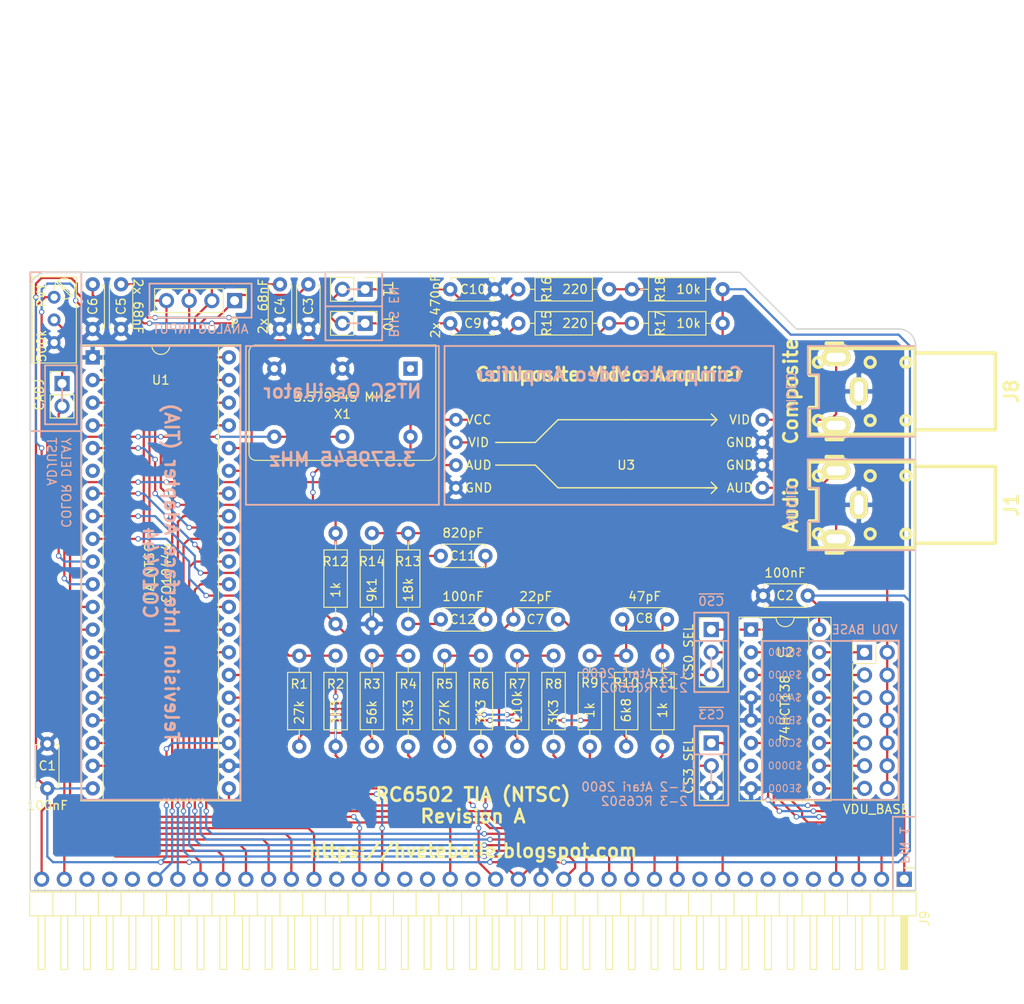
<source format=kicad_pcb>
(kicad_pcb (version 4) (host pcbnew 4.0.7)
  (layers (0 F.Cu signal) (31 B.Cu signal) (34 B.Paste user) (35 F.Paste user) (36 B.SilkS user) (37 F.SilkS user) (38 B.Mask user) (39 F.Mask user) (44 Edge.Cuts user))
  (net 0 "")
  (net 1 VCC)
  (net 2 "Net-(J2-Pad1)")
  (net 3 "Net-(J2-Pad3)")
  (net 4 "Net-(J2-Pad5)")
  (net 5 "Net-(J2-Pad7)")
  (net 6 "Net-(J2-Pad9)")
  (net 7 "Net-(J8-Pad2)")
  (net 8 GND)
  (net 9 "Net-(J2-Pad11)")
  (net 10 "Net-(J2-Pad13)")
  (net 11 /P0)
  (net 12 /P1)
  (net 13 /P2)
  (net 14 /P3)
  (net 15 "Net-(C7-Pad1)")
  (net 16 VIDEO)
  (net 17 /COLOR)
  (net 18 "Net-(C8-Pad2)")
  (net 19 /T0_IN)
  (net 20 /T1_IN)
  (net 21 AUDIO)
  (net 22 /AUD0)
  (net 23 "Net-(C12-Pad2)")
  (net 24 "Net-(J1-Pad2)")
  (net 25 TIA_BASE)
  (net 26 /A7)
  (net 27 /A5)
  (net 28 /A4)
  (net 29 /A3)
  (net 30 /A2)
  (net 31 /A1)
  (net 32 /A0)
  (net 33 /PHI2)
  (net 34 /PHI0)
  (net 35 /R/~W)
  (net 36 /RDY)
  (net 37 /D0)
  (net 38 /D1)
  (net 39 /D2)
  (net 40 /D3)
  (net 41 /D4)
  (net 42 /D5)
  (net 43 /D6)
  (net 44 /D7)
  (net 45 "Net-(J9-Pad38)")
  (net 46 "Net-(J9-Pad39)")
  (net 47 "Net-(JP1-Pad1)")
  (net 48 /CADJ)
  (net 49 /~CS0)
  (net 50 /~CS3)
  (net 51 /CSYNC)
  (net 52 /LUM1)
  (net 53 /LUM2)
  (net 54 /LUM0)
  (net 55 /OSC_IN)
  (net 56 /T1)
  (net 57 /T0)
  (net 58 /A15)
  (net 59 /A14)
  (net 60 /A13)
  (net 61 /A12)
  (module Capacitors_THT:C_Disc_D4.7mm_W2.5mm_P5.00mm (layer F.Cu) (at 54.61 132.715 90)
    (fp_text reference C1 (at 2.54 0 180) (layer F.SilkS))
    (fp_text value 100nF (at -1.905 0 180) (layer F.SilkS))
    (pad 1 thru_hole circle (at 0 0 90) (size 1.6 1.6) (drill 0.8) (layers *.Cu *.Mask) (net 1 VCC))
    (pad 2 thru_hole circle (at 5 0 90) (size 1.6 1.6) (drill 0.8) (layers *.Cu *.Mask) (net 8 GND))
  )
  (module Capacitors_THT:C_Disc_D4.7mm_W2.5mm_P5.00mm (layer F.Cu) (at 139.7 111.125 180)
    (fp_text reference C2 (at 2.54 0 360) (layer F.SilkS))
    (fp_text value 100nF (at 2.54 2.54 180) (layer F.SilkS))
    (pad 1 thru_hole circle (at 0 0 180) (size 1.6 1.6) (drill 0.8) (layers *.Cu *.Mask) (net 1 VCC))
    (pad 2 thru_hole circle (at 5 0 180) (size 1.6 1.6) (drill 0.8) (layers *.Cu *.Mask) (net 8 GND))
  )
  (module Housings_DIP:DIP-16_W7.62mm_Socket (layer F.Cu) (at 133.35 114.935)
    (fp_text reference U2 (at 3.81 2.54) (layer F.SilkS))
    (fp_text value 74HCT138 (at 3.81 8.89 90) (layer F.SilkS))
    (pad 1 thru_hole rect (at 0 0) (size 1.6 1.6) (drill 0.8) (layers *.Cu *.Mask) (net 61 /A12))
    (pad 9 thru_hole oval (at 7.62 17.78) (size 1.6 1.6) (drill 0.8) (layers *.Cu *.Mask) (net 10 "Net-(J2-Pad13)"))
    (pad 2 thru_hole oval (at 0 2.54) (size 1.6 1.6) (drill 0.8) (layers *.Cu *.Mask) (net 60 /A13))
    (pad 10 thru_hole oval (at 7.62 15.24) (size 1.6 1.6) (drill 0.8) (layers *.Cu *.Mask) (net 9 "Net-(J2-Pad11)"))
    (pad 3 thru_hole oval (at 0 5.08) (size 1.6 1.6) (drill 0.8) (layers *.Cu *.Mask) (net 59 /A14))
    (pad 11 thru_hole oval (at 7.62 12.7) (size 1.6 1.6) (drill 0.8) (layers *.Cu *.Mask) (net 6 "Net-(J2-Pad9)"))
    (pad 4 thru_hole oval (at 0 7.62) (size 1.6 1.6) (drill 0.8) (layers *.Cu *.Mask) (net 8 GND))
    (pad 12 thru_hole oval (at 7.62 10.16) (size 1.6 1.6) (drill 0.8) (layers *.Cu *.Mask) (net 5 "Net-(J2-Pad7)"))
    (pad 5 thru_hole oval (at 0 10.16) (size 1.6 1.6) (drill 0.8) (layers *.Cu *.Mask) (net 8 GND))
    (pad 13 thru_hole oval (at 7.62 7.62) (size 1.6 1.6) (drill 0.8) (layers *.Cu *.Mask) (net 4 "Net-(J2-Pad5)"))
    (pad 6 thru_hole oval (at 0 12.7) (size 1.6 1.6) (drill 0.8) (layers *.Cu *.Mask) (net 58 /A15))
    (pad 14 thru_hole oval (at 7.62 5.08) (size 1.6 1.6) (drill 0.8) (layers *.Cu *.Mask) (net 3 "Net-(J2-Pad3)"))
    (pad 7 thru_hole oval (at 0 15.24) (size 1.6 1.6) (drill 0.8) (layers *.Cu *.Mask))
    (pad 15 thru_hole oval (at 7.62 2.54) (size 1.6 1.6) (drill 0.8) (layers *.Cu *.Mask) (net 2 "Net-(J2-Pad1)"))
    (pad 8 thru_hole oval (at 0 17.78) (size 1.6 1.6) (drill 0.8) (layers *.Cu *.Mask) (net 8 GND))
    (pad 16 thru_hole oval (at 7.62 0) (size 1.6 1.6) (drill 0.8) (layers *.Cu *.Mask) (net 1 VCC))
  )
  (module Oscillator:Oscillator_DIP-14 (layer F.Cu) (at 95.25 85.725 180)
    (fp_text reference X1 (at 7.62 -5.08 180) (layer F.SilkS))
    (fp_text value "3.579545 MHz" (at 7.62 -3.175 180) (layer F.SilkS))
    (pad 7 thru_hole circle (at 7.62 0 180) (size 1.6 1.6) (drill 0.8) (layers *.Cu *.Mask) (net 8 GND))
    (pad 8 thru_hole circle (at 7.62 -7.62 180) (size 1.6 1.6) (drill 0.8) (layers *.Cu *.Mask) (net 55 /OSC_IN))
    (pad 1 thru_hole rect (at 0 0 180) (size 1.6 1.6) (drill 0.8) (layers *.Cu *.Mask))
    (pad 14 thru_hole circle (at 0 -7.62 180) (size 1.6 1.6) (drill 0.8) (layers *.Cu *.Mask) (net 1 VCC))
    (pad 8 thru_hole circle (at 15.24 -7.62 180) (size 1.6 1.6) (drill 0.8) (layers *.Cu *.Mask) (net 55 /OSC_IN))
    (pad 7 thru_hole circle (at 15.24 0 180) (size 1.6 1.6) (drill 0.8) (layers *.Cu *.Mask) (net 8 GND))
  )
  (module vdu_amplifier:Amplifier (layer F.Cu) (at 119.38 95.25)
    (fp_text reference U3 (at 0 1.27) (layer F.SilkS))
    (fp_text value VDU_Port)
    (fp_text user GND (at 12.7 -1.27) (layer F.SilkS))
    (fp_text user GND (at 12.7 1.27) (layer F.SilkS))
    (fp_text user AUD (at 12.7 3.81) (layer F.SilkS))
    (fp_text user VID (at 12.7 -3.81) (layer F.SilkS))
    (fp_text user AUD (at -16.51 1.27) (layer F.SilkS))
    (fp_text user VID (at -16.51 -1.27) (layer F.SilkS))
    (fp_text user GND (at -16.51 3.81) (layer F.SilkS))
    (fp_text user VCC (at -16.51 -3.81) (layer F.SilkS))
    (pad 1 thru_hole circle (at -19.05 -3.81) (size 1.524 1.524) (drill 0.762) (layers *.Cu *.Mask) (net 1 VCC))
    (pad 2 thru_hole circle (at -19.05 -1.27) (size 1.524 1.524) (drill 0.762) (layers *.Cu *.Mask) (net 16 VIDEO))
    (pad 4 thru_hole circle (at -19.05 1.27) (size 1.524 1.524) (drill 0.762) (layers *.Cu *.Mask) (net 21 AUDIO))
    (pad 6 thru_hole circle (at -19.05 3.81) (size 1.524 1.524) (drill 0.762) (layers *.Cu *.Mask) (net 8 GND))
    (pad 3 thru_hole circle (at 15.24 -3.81) (size 1.524 1.524) (drill 0.762) (layers *.Cu *.Mask) (net 7 "Net-(J8-Pad2)"))
    (pad 6 thru_hole circle (at 15.24 -1.27) (size 1.524 1.524) (drill 0.762) (layers *.Cu *.Mask) (net 8 GND))
    (pad 6 thru_hole circle (at 15.24 1.27) (size 1.524 1.524) (drill 0.762) (layers *.Cu *.Mask) (net 8 GND))
    (pad 5 thru_hole circle (at 15.24 3.81) (size 1.524 1.524) (drill 0.762) (layers *.Cu *.Mask) (net 24 "Net-(J1-Pad2)"))
  )
  (module Pin_Headers:Pin_Header_Straight_2x07_Pitch2.54mm (layer F.Cu) (at 146.05 117.475)
    (fp_text reference J2)
    (fp_text value VDU_BASE (at 1.27 17.57) (layer F.SilkS))
    (pad 1 thru_hole rect (at 0 0) (size 1.7 1.7) (drill 1) (layers *.Cu *.Mask) (net 2 "Net-(J2-Pad1)"))
    (pad 2 thru_hole oval (at 2.54 0) (size 1.7 1.7) (drill 1) (layers *.Cu *.Mask) (net 25 TIA_BASE))
    (pad 3 thru_hole oval (at 0 2.54) (size 1.7 1.7) (drill 1) (layers *.Cu *.Mask) (net 3 "Net-(J2-Pad3)"))
    (pad 4 thru_hole oval (at 2.54 2.54) (size 1.7 1.7) (drill 1) (layers *.Cu *.Mask) (net 25 TIA_BASE))
    (pad 5 thru_hole oval (at 0 5.08) (size 1.7 1.7) (drill 1) (layers *.Cu *.Mask) (net 4 "Net-(J2-Pad5)"))
    (pad 6 thru_hole oval (at 2.54 5.08) (size 1.7 1.7) (drill 1) (layers *.Cu *.Mask) (net 25 TIA_BASE))
    (pad 7 thru_hole oval (at 0 7.62) (size 1.7 1.7) (drill 1) (layers *.Cu *.Mask) (net 5 "Net-(J2-Pad7)"))
    (pad 8 thru_hole oval (at 2.54 7.62) (size 1.7 1.7) (drill 1) (layers *.Cu *.Mask) (net 25 TIA_BASE))
    (pad 9 thru_hole oval (at 0 10.16) (size 1.7 1.7) (drill 1) (layers *.Cu *.Mask) (net 6 "Net-(J2-Pad9)"))
    (pad 10 thru_hole oval (at 2.54 10.16) (size 1.7 1.7) (drill 1) (layers *.Cu *.Mask) (net 25 TIA_BASE))
    (pad 11 thru_hole oval (at 0 12.7) (size 1.7 1.7) (drill 1) (layers *.Cu *.Mask) (net 9 "Net-(J2-Pad11)"))
    (pad 12 thru_hole oval (at 2.54 12.7) (size 1.7 1.7) (drill 1) (layers *.Cu *.Mask) (net 25 TIA_BASE))
    (pad 13 thru_hole oval (at 0 15.24) (size 1.7 1.7) (drill 1) (layers *.Cu *.Mask) (net 10 "Net-(J2-Pad13)"))
    (pad 14 thru_hole oval (at 2.54 15.24) (size 1.7 1.7) (drill 1) (layers *.Cu *.Mask) (net 25 TIA_BASE))
  )
  (module Capacitors_THT:C_Disc_D4.7mm_W2.5mm_P5.00mm (layer F.Cu) (at 83.82 81.28 90)
    (fp_text reference C3 (at 2.54 0 90) (layer F.SilkS))
    (fp_text value 68nF)
    (pad 1 thru_hole circle (at 0 0 90) (size 1.6 1.6) (drill 0.8) (layers *.Cu *.Mask) (net 8 GND))
    (pad 2 thru_hole circle (at 5 0 90) (size 1.6 1.6) (drill 0.8) (layers *.Cu *.Mask) (net 11 /P0))
  )
  (module Capacitors_THT:C_Disc_D4.7mm_W2.5mm_P5.00mm (layer F.Cu) (at 80.645 81.28 90)
    (fp_text reference C4 (at 2.54 0 90) (layer F.SilkS))
    (fp_text value 68nF)
    (pad 1 thru_hole circle (at 0 0 90) (size 1.6 1.6) (drill 0.8) (layers *.Cu *.Mask) (net 8 GND))
    (pad 2 thru_hole circle (at 5 0 90) (size 1.6 1.6) (drill 0.8) (layers *.Cu *.Mask) (net 12 /P1))
  )
  (module Capacitors_THT:C_Disc_D4.7mm_W2.5mm_P5.00mm (layer F.Cu) (at 62.865 81.28 90)
    (fp_text reference C5 (at 2.54 0 90) (layer F.SilkS))
    (fp_text value 68nF)
    (pad 1 thru_hole circle (at 0 0 90) (size 1.6 1.6) (drill 0.8) (layers *.Cu *.Mask) (net 8 GND))
    (pad 2 thru_hole circle (at 5 0 90) (size 1.6 1.6) (drill 0.8) (layers *.Cu *.Mask) (net 13 /P2))
  )
  (module Capacitors_THT:C_Disc_D4.7mm_W2.5mm_P5.00mm (layer F.Cu) (at 59.69 81.28 90)
    (fp_text reference C6 (at 2.54 0 90) (layer F.SilkS))
    (fp_text value 68nF)
    (pad 1 thru_hole circle (at 0 0 90) (size 1.6 1.6) (drill 0.8) (layers *.Cu *.Mask) (net 8 GND))
    (pad 2 thru_hole circle (at 5 0 90) (size 1.6 1.6) (drill 0.8) (layers *.Cu *.Mask) (net 14 /P3))
  )
  (module Capacitors_THT:C_Disc_D4.7mm_W2.5mm_P5.00mm (layer F.Cu) (at 111.76 113.792 180)
    (fp_text reference C7 (at 2.54 0 180) (layer F.SilkS))
    (fp_text value 22pF (at 2.5 2.56 180) (layer F.SilkS))
    (pad 1 thru_hole circle (at 0 0 180) (size 1.6 1.6) (drill 0.8) (layers *.Cu *.Mask) (net 15 "Net-(C7-Pad1)"))
    (pad 2 thru_hole circle (at 5 0 180) (size 1.6 1.6) (drill 0.8) (layers *.Cu *.Mask) (net 16 VIDEO))
  )
  (module Capacitors_THT:C_Disc_D4.7mm_W2.5mm_P5.00mm (layer F.Cu) (at 123.952 113.792 180)
    (fp_text reference C8 (at 2.54 0.127 180) (layer F.SilkS))
    (fp_text value 47pF (at 2.5 2.56 180) (layer F.SilkS))
    (pad 1 thru_hole circle (at 0 0 180) (size 1.6 1.6) (drill 0.8) (layers *.Cu *.Mask) (net 17 /COLOR))
    (pad 2 thru_hole circle (at 5 0 180) (size 1.6 1.6) (drill 0.8) (layers *.Cu *.Mask) (net 18 "Net-(C8-Pad2)"))
  )
  (module Capacitors_THT:C_Disc_D4.7mm_W2.5mm_P5.00mm (layer F.Cu) (at 99.695 80.645)
    (fp_text reference C9 (at 2.54 0) (layer F.SilkS))
    (fp_text value 470pF)
    (pad 1 thru_hole circle (at 0 0) (size 1.6 1.6) (drill 0.8) (layers *.Cu *.Mask) (net 19 /T0_IN))
    (pad 2 thru_hole circle (at 5 0) (size 1.6 1.6) (drill 0.8) (layers *.Cu *.Mask) (net 8 GND))
  )
  (module Capacitors_THT:C_Disc_D4.7mm_W2.5mm_P5.00mm (layer F.Cu) (at 99.695 76.835)
    (fp_text reference C10 (at 2.54 0) (layer F.SilkS))
    (fp_text value 470pF)
    (pad 1 thru_hole circle (at 0 0) (size 1.6 1.6) (drill 0.8) (layers *.Cu *.Mask) (net 20 /T1_IN))
    (pad 2 thru_hole circle (at 5 0) (size 1.6 1.6) (drill 0.8) (layers *.Cu *.Mask) (net 8 GND))
  )
  (module Capacitors_THT:C_Disc_D4.7mm_W2.5mm_P5.00mm (layer F.Cu) (at 103.632 106.68 180)
    (fp_text reference C11 (at 2.54 0 180) (layer F.SilkS))
    (fp_text value 820pF (at 2.5 2.56 180) (layer F.SilkS))
    (pad 1 thru_hole circle (at 0 0 180) (size 1.6 1.6) (drill 0.8) (layers *.Cu *.Mask) (net 1 VCC))
    (pad 2 thru_hole circle (at 5 0 180) (size 1.6 1.6) (drill 0.8) (layers *.Cu *.Mask) (net 21 AUDIO))
  )
  (module Capacitors_THT:C_Disc_D4.7mm_W2.5mm_P5.00mm (layer F.Cu) (at 103.632 113.792 180)
    (fp_text reference C12 (at 2.54 0 180) (layer F.SilkS))
    (fp_text value 100nF (at 2.5 2.56 180) (layer F.SilkS))
    (pad 1 thru_hole circle (at 0 0 180) (size 1.6 1.6) (drill 0.8) (layers *.Cu *.Mask) (net 22 /AUD0))
    (pad 2 thru_hole circle (at 5 0 180) (size 1.6 1.6) (drill 0.8) (layers *.Cu *.Mask) (net 23 "Net-(C12-Pad2)"))
  )
  (module RCA:rca_yellow (layer F.Cu) (at 146.685 100.965 90)
    (fp_text reference J1 (at 0 15.7988 90) (layer F.SilkS) (effects (font (thickness 0.3048))))
    (fp_text value Audio (at 0 -8.89 90) (layer F.SilkS) (effects (font (thickness 0.3048))))
    (pad 2 thru_hole oval (at 3.81 -3.81 90) (size 1.99898 3.19786) (drill oval 0.99568 2.1971) (layers *.Cu *.Mask F.SilkS) (net 24 "Net-(J1-Pad2)"))
    (pad 1 thru_hole oval (at 0 -1.27 90) (size 3.19786 1.99898) (drill oval 2.1971 0.99568) (layers *.Cu *.Mask F.SilkS) (net 8 GND))
    (pad 2 thru_hole oval (at -3.81 -3.81 90) (size 1.99898 3.19786) (drill oval 0.99568 2.1971) (layers *.Cu *.Mask F.SilkS) (net 24 "Net-(J1-Pad2)"))
  )
  (module RCA:rca_yellow (layer F.Cu) (at 146.685 88.265 90)
    (fp_text reference J8 (at 0 15.7988 90) (layer F.SilkS) (effects (font (thickness 0.3048))))
    (fp_text value Composite (at 0 -8.89 90) (layer F.SilkS) (effects (font (thickness 0.3048))))
    (pad 2 thru_hole oval (at 3.81 -3.81 90) (size 1.99898 3.19786) (drill oval 0.99568 2.1971) (layers *.Cu *.Mask F.SilkS) (net 7 "Net-(J8-Pad2)"))
    (pad 1 thru_hole oval (at 0 -1.27 90) (size 3.19786 1.99898) (drill oval 2.1971 0.99568) (layers *.Cu *.Mask F.SilkS) (net 8 GND))
    (pad 2 thru_hole oval (at -3.81 -3.81 90) (size 1.99898 3.19786) (drill oval 0.99568 2.1971) (layers *.Cu *.Mask F.SilkS) (net 7 "Net-(J8-Pad2)"))
  )
  (module Pin_Headers:Pin_Header_Angled_1x39_Pitch2.54mm (layer F.Cu) (at 150.495 142.875 270)
    (fp_text reference J9 (at 4.385 -2.27 270) (layer F.SilkS))
    (fp_text value RC6502_Backplane_Extra)
    (pad 1 thru_hole rect (at 0 0 270) (size 1.7 1.7) (drill 1) (layers *.Cu *.Mask) (net 58 /A15))
    (pad 2 thru_hole oval (at 0 2.54 270) (size 1.7 1.7) (drill 1) (layers *.Cu *.Mask) (net 59 /A14))
    (pad 3 thru_hole oval (at 0 5.08 270) (size 1.7 1.7) (drill 1) (layers *.Cu *.Mask) (net 60 /A13))
    (pad 4 thru_hole oval (at 0 7.62 270) (size 1.7 1.7) (drill 1) (layers *.Cu *.Mask) (net 61 /A12))
    (pad 5 thru_hole oval (at 0 10.16 270) (size 1.7 1.7) (drill 1) (layers *.Cu *.Mask))
    (pad 6 thru_hole oval (at 0 12.7 270) (size 1.7 1.7) (drill 1) (layers *.Cu *.Mask))
    (pad 7 thru_hole oval (at 0 15.24 270) (size 1.7 1.7) (drill 1) (layers *.Cu *.Mask))
    (pad 8 thru_hole oval (at 0 17.78 270) (size 1.7 1.7) (drill 1) (layers *.Cu *.Mask))
    (pad 9 thru_hole oval (at 0 20.32 270) (size 1.7 1.7) (drill 1) (layers *.Cu *.Mask) (net 26 /A7))
    (pad 10 thru_hole oval (at 0 22.86 270) (size 1.7 1.7) (drill 1) (layers *.Cu *.Mask))
    (pad 11 thru_hole oval (at 0 25.4 270) (size 1.7 1.7) (drill 1) (layers *.Cu *.Mask) (net 27 /A5))
    (pad 12 thru_hole oval (at 0 27.94 270) (size 1.7 1.7) (drill 1) (layers *.Cu *.Mask) (net 28 /A4))
    (pad 13 thru_hole oval (at 0 30.48 270) (size 1.7 1.7) (drill 1) (layers *.Cu *.Mask) (net 29 /A3))
    (pad 14 thru_hole oval (at 0 33.02 270) (size 1.7 1.7) (drill 1) (layers *.Cu *.Mask) (net 30 /A2))
    (pad 15 thru_hole oval (at 0 35.56 270) (size 1.7 1.7) (drill 1) (layers *.Cu *.Mask) (net 31 /A1))
    (pad 16 thru_hole oval (at 0 38.1 270) (size 1.7 1.7) (drill 1) (layers *.Cu *.Mask) (net 32 /A0))
    (pad 17 thru_hole oval (at 0 40.64 270) (size 1.7 1.7) (drill 1) (layers *.Cu *.Mask) (net 8 GND))
    (pad 18 thru_hole oval (at 0 43.18 270) (size 1.7 1.7) (drill 1) (layers *.Cu *.Mask) (net 1 VCC))
    (pad 19 thru_hole oval (at 0 45.72 270) (size 1.7 1.7) (drill 1) (layers *.Cu *.Mask) (net 33 /PHI2))
    (pad 20 thru_hole oval (at 0 48.26 270) (size 1.7 1.7) (drill 1) (layers *.Cu *.Mask))
    (pad 21 thru_hole oval (at 0 50.8 270) (size 1.7 1.7) (drill 1) (layers *.Cu *.Mask) (net 34 /PHI0))
    (pad 22 thru_hole oval (at 0 53.34 270) (size 1.7 1.7) (drill 1) (layers *.Cu *.Mask))
    (pad 23 thru_hole oval (at 0 55.88 270) (size 1.7 1.7) (drill 1) (layers *.Cu *.Mask))
    (pad 24 thru_hole oval (at 0 58.42 270) (size 1.7 1.7) (drill 1) (layers *.Cu *.Mask) (net 35 /R/~W))
    (pad 25 thru_hole oval (at 0 60.96 270) (size 1.7 1.7) (drill 1) (layers *.Cu *.Mask) (net 36 /RDY))
    (pad 26 thru_hole oval (at 0 63.5 270) (size 1.7 1.7) (drill 1) (layers *.Cu *.Mask))
    (pad 27 thru_hole oval (at 0 66.04 270) (size 1.7 1.7) (drill 1) (layers *.Cu *.Mask) (net 37 /D0))
    (pad 28 thru_hole oval (at 0 68.58 270) (size 1.7 1.7) (drill 1) (layers *.Cu *.Mask) (net 38 /D1))
    (pad 29 thru_hole oval (at 0 71.12 270) (size 1.7 1.7) (drill 1) (layers *.Cu *.Mask) (net 39 /D2))
    (pad 30 thru_hole oval (at 0 73.66 270) (size 1.7 1.7) (drill 1) (layers *.Cu *.Mask) (net 40 /D3))
    (pad 31 thru_hole oval (at 0 76.2 270) (size 1.7 1.7) (drill 1) (layers *.Cu *.Mask) (net 41 /D4))
    (pad 32 thru_hole oval (at 0 78.74 270) (size 1.7 1.7) (drill 1) (layers *.Cu *.Mask) (net 42 /D5))
    (pad 33 thru_hole oval (at 0 81.28 270) (size 1.7 1.7) (drill 1) (layers *.Cu *.Mask) (net 43 /D6))
    (pad 34 thru_hole oval (at 0 83.82 270) (size 1.7 1.7) (drill 1) (layers *.Cu *.Mask) (net 44 /D7))
    (pad 35 thru_hole oval (at 0 86.36 270) (size 1.7 1.7) (drill 1) (layers *.Cu *.Mask))
    (pad 36 thru_hole oval (at 0 88.9 270) (size 1.7 1.7) (drill 1) (layers *.Cu *.Mask))
    (pad 37 thru_hole oval (at 0 91.44 270) (size 1.7 1.7) (drill 1) (layers *.Cu *.Mask))
    (pad 38 thru_hole oval (at 0 93.98 270) (size 1.7 1.7) (drill 1) (layers *.Cu *.Mask) (net 45 "Net-(J9-Pad38)"))
    (pad 39 thru_hole oval (at 0 96.52 270) (size 1.7 1.7) (drill 1) (layers *.Cu *.Mask) (net 46 "Net-(J9-Pad39)"))
  )
  (module Pin_Headers:Pin_Header_Straight_1x02_Pitch2.54mm (layer F.Cu) (at 56.261 87.376)
    (fp_text reference JP1)
    (fp_text value CADJ (at -2.54 1.27 90) (layer F.SilkS))
    (pad 1 thru_hole rect (at 0 0) (size 1.7 1.7) (drill 1) (layers *.Cu *.Mask) (net 47 "Net-(JP1-Pad1)"))
    (pad 2 thru_hole oval (at 0 2.54) (size 1.7 1.7) (drill 1) (layers *.Cu *.Mask) (net 48 /CADJ))
  )
  (module Pin_Headers:Pin_Header_Straight_1x03_Pitch2.54mm (layer F.Cu) (at 128.905 114.935)
    (fp_text reference JP2)
    (fp_text value CS0_SEL (at -2.54 2.54 90) (layer F.SilkS))
    (pad 1 thru_hole rect (at 0 0) (size 1.7 1.7) (drill 1) (layers *.Cu *.Mask) (net 61 /A12))
    (pad 2 thru_hole oval (at 0 2.54) (size 1.7 1.7) (drill 1) (layers *.Cu *.Mask) (net 49 /~CS0))
    (pad 3 thru_hole oval (at 0 5.08) (size 1.7 1.7) (drill 1) (layers *.Cu *.Mask) (net 25 TIA_BASE))
  )
  (module Pin_Headers:Pin_Header_Straight_1x03_Pitch2.54mm (layer F.Cu) (at 128.905 127.635)
    (fp_text reference JP3)
    (fp_text value CS3_SEL (at -2.54 2.54 90) (layer F.SilkS))
    (pad 1 thru_hole rect (at 0 0) (size 1.7 1.7) (drill 1) (layers *.Cu *.Mask) (net 26 /A7))
    (pad 2 thru_hole oval (at 0 2.54) (size 1.7 1.7) (drill 1) (layers *.Cu *.Mask) (net 50 /~CS3))
    (pad 3 thru_hole oval (at 0 5.08) (size 1.7 1.7) (drill 1) (layers *.Cu *.Mask) (net 8 GND))
  )
  (module Pin_Headers:Pin_Header_Straight_1x02_Pitch2.54mm (layer F.Cu) (at 90.17 76.835 270)
    (fp_text reference JP4)
    (fp_text value T1_EN)
    (pad 1 thru_hole rect (at 0 0 270) (size 1.7 1.7) (drill 1) (layers *.Cu *.Mask) (net 20 /T1_IN))
    (pad 2 thru_hole oval (at 0 2.54 270) (size 1.7 1.7) (drill 1) (layers *.Cu *.Mask) (net 46 "Net-(J9-Pad39)"))
  )
  (module Pin_Headers:Pin_Header_Straight_1x02_Pitch2.54mm (layer F.Cu) (at 90.17 80.645 270)
    (fp_text reference JP5)
    (fp_text value T0_EN)
    (pad 1 thru_hole rect (at 0 0 270) (size 1.7 1.7) (drill 1) (layers *.Cu *.Mask) (net 19 /T0_IN))
    (pad 2 thru_hole oval (at 0 2.54 270) (size 1.7 1.7) (drill 1) (layers *.Cu *.Mask) (net 45 "Net-(J9-Pad38)"))
  )
  (module Resistors_THT:R_Axial_DIN0207_L6.3mm_D2.5mm_P10.16mm_Horizontal (layer F.Cu) (at 82.804 117.856 270)
    (fp_text reference R1 (at 3.175 0 360) (layer F.SilkS))
    (fp_text value 27k (at 6.35 0 270) (layer F.SilkS))
    (pad 1 thru_hole circle (at 0 0 270) (size 1.6 1.6) (drill 0.8) (layers *.Cu *.Mask) (net 51 /CSYNC))
    (pad 2 thru_hole oval (at 10.16 0 270) (size 1.6 1.6) (drill 0.8) (layers *.Cu *.Mask) (net 16 VIDEO))
  )
  (module Resistors_THT:R_Axial_DIN0207_L6.3mm_D2.5mm_P10.16mm_Horizontal (layer F.Cu) (at 86.868 117.856 270)
    (fp_text reference R2 (at 3.175 0 360) (layer F.SilkS))
    (fp_text value 3K3 (at 6.35 0 270) (layer F.SilkS))
    (pad 1 thru_hole circle (at 0 0 270) (size 1.6 1.6) (drill 0.8) (layers *.Cu *.Mask) (net 51 /CSYNC))
    (pad 2 thru_hole oval (at 10.16 0 270) (size 1.6 1.6) (drill 0.8) (layers *.Cu *.Mask) (net 1 VCC))
  )
  (module Resistors_THT:R_Axial_DIN0207_L6.3mm_D2.5mm_P10.16mm_Horizontal (layer F.Cu) (at 90.932 117.856 270)
    (fp_text reference R3 (at 3.175 0 360) (layer F.SilkS))
    (fp_text value 56k (at 6.35 0 270) (layer F.SilkS))
    (pad 1 thru_hole circle (at 0 0 270) (size 1.6 1.6) (drill 0.8) (layers *.Cu *.Mask) (net 52 /LUM1))
    (pad 2 thru_hole oval (at 10.16 0 270) (size 1.6 1.6) (drill 0.8) (layers *.Cu *.Mask) (net 16 VIDEO))
  )
  (module Resistors_THT:R_Axial_DIN0207_L6.3mm_D2.5mm_P10.16mm_Horizontal (layer F.Cu) (at 94.996 117.856 270)
    (fp_text reference R4 (at 3.175 0 360) (layer F.SilkS))
    (fp_text value 3K3 (at 6.35 0 270) (layer F.SilkS))
    (pad 1 thru_hole circle (at 0 0 270) (size 1.6 1.6) (drill 0.8) (layers *.Cu *.Mask) (net 52 /LUM1))
    (pad 2 thru_hole oval (at 10.16 0 270) (size 1.6 1.6) (drill 0.8) (layers *.Cu *.Mask) (net 1 VCC))
  )
  (module Resistors_THT:R_Axial_DIN0207_L6.3mm_D2.5mm_P10.16mm_Horizontal (layer F.Cu) (at 99.06 117.856 270)
    (fp_text reference R5 (at 3.175 0 360) (layer F.SilkS))
    (fp_text value 27K (at 6.35 0 270) (layer F.SilkS))
    (pad 1 thru_hole circle (at 0 0 270) (size 1.6 1.6) (drill 0.8) (layers *.Cu *.Mask) (net 53 /LUM2))
    (pad 2 thru_hole oval (at 10.16 0 270) (size 1.6 1.6) (drill 0.8) (layers *.Cu *.Mask) (net 16 VIDEO))
  )
  (module Resistors_THT:R_Axial_DIN0207_L6.3mm_D2.5mm_P10.16mm_Horizontal (layer F.Cu) (at 103.124 117.856 270)
    (fp_text reference R6 (at 3.175 0 360) (layer F.SilkS))
    (fp_text value 3K3 (at 6.35 0 270) (layer F.SilkS))
    (pad 1 thru_hole circle (at 0 0 270) (size 1.6 1.6) (drill 0.8) (layers *.Cu *.Mask) (net 53 /LUM2))
    (pad 2 thru_hole oval (at 10.16 0 270) (size 1.6 1.6) (drill 0.8) (layers *.Cu *.Mask) (net 1 VCC))
  )
  (module Resistors_THT:R_Axial_DIN0207_L6.3mm_D2.5mm_P10.16mm_Horizontal (layer F.Cu) (at 107.188 117.856 270)
    (fp_text reference R7 (at 3.175 0 360) (layer F.SilkS))
    (fp_text value 110k (at 5.715 0 270) (layer F.SilkS))
    (pad 1 thru_hole circle (at 0 0 270) (size 1.6 1.6) (drill 0.8) (layers *.Cu *.Mask) (net 54 /LUM0))
    (pad 2 thru_hole oval (at 10.16 0 270) (size 1.6 1.6) (drill 0.8) (layers *.Cu *.Mask) (net 16 VIDEO))
  )
  (module Resistors_THT:R_Axial_DIN0207_L6.3mm_D2.5mm_P10.16mm_Horizontal (layer F.Cu) (at 111.252 117.856 270)
    (fp_text reference R8 (at 3.175 0 360) (layer F.SilkS))
    (fp_text value 3K3 (at 6.35 0 270) (layer F.SilkS))
    (pad 1 thru_hole circle (at 0 0 270) (size 1.6 1.6) (drill 0.8) (layers *.Cu *.Mask) (net 54 /LUM0))
    (pad 2 thru_hole oval (at 10.16 0 270) (size 1.6 1.6) (drill 0.8) (layers *.Cu *.Mask) (net 1 VCC))
  )
  (module Resistors_THT:R_Axial_DIN0207_L6.3mm_D2.5mm_P10.16mm_Horizontal (layer F.Cu) (at 115.316 117.856 270)
    (fp_text reference R9 (at 3.048 0 360) (layer F.SilkS))
    (fp_text value 1k (at 6.096 0 270) (layer F.SilkS))
    (pad 1 thru_hole circle (at 0 0 270) (size 1.6 1.6) (drill 0.8) (layers *.Cu *.Mask) (net 18 "Net-(C8-Pad2)"))
    (pad 2 thru_hole oval (at 10.16 0 270) (size 1.6 1.6) (drill 0.8) (layers *.Cu *.Mask) (net 1 VCC))
  )
  (module Resistors_THT:R_Axial_DIN0207_L6.3mm_D2.5mm_P10.16mm_Horizontal (layer F.Cu) (at 119.38 117.856 270)
    (fp_text reference R10 (at 3.048 0 360) (layer F.SilkS))
    (fp_text value 6k8 (at 6.096 0 270) (layer F.SilkS))
    (pad 1 thru_hole circle (at 0 0 270) (size 1.6 1.6) (drill 0.8) (layers *.Cu *.Mask) (net 18 "Net-(C8-Pad2)"))
    (pad 2 thru_hole oval (at 10.16 0 270) (size 1.6 1.6) (drill 0.8) (layers *.Cu *.Mask) (net 15 "Net-(C7-Pad1)"))
  )
  (module Resistors_THT:R_Axial_DIN0207_L6.3mm_D2.5mm_P10.16mm_Horizontal (layer F.Cu) (at 123.444 117.856 270)
    (fp_text reference R11 (at 3.048 0 360) (layer F.SilkS))
    (fp_text value 1k (at 6.096 0 270) (layer F.SilkS))
    (pad 1 thru_hole circle (at 0 0 270) (size 1.6 1.6) (drill 0.8) (layers *.Cu *.Mask) (net 17 /COLOR))
    (pad 2 thru_hole oval (at 10.16 0 270) (size 1.6 1.6) (drill 0.8) (layers *.Cu *.Mask) (net 1 VCC))
  )
  (module Resistors_THT:R_Axial_DIN0207_L6.3mm_D2.5mm_P10.16mm_Horizontal (layer F.Cu) (at 86.868 104.14 270)
    (fp_text reference R12 (at 3.175 0 360) (layer F.SilkS))
    (fp_text value 1k (at 6.35 0 270) (layer F.SilkS))
    (pad 1 thru_hole circle (at 0 0 270) (size 1.6 1.6) (drill 0.8) (layers *.Cu *.Mask) (net 22 /AUD0))
    (pad 2 thru_hole oval (at 10.16 0 270) (size 1.6 1.6) (drill 0.8) (layers *.Cu *.Mask) (net 1 VCC))
  )
  (module Resistors_THT:R_Axial_DIN0207_L6.3mm_D2.5mm_P10.16mm_Horizontal (layer F.Cu) (at 94.996 104.14 270)
    (fp_text reference R13 (at 3.175 0 360) (layer F.SilkS))
    (fp_text value 18k (at 6.35 0 270) (layer F.SilkS))
    (pad 1 thru_hole circle (at 0 0 270) (size 1.6 1.6) (drill 0.8) (layers *.Cu *.Mask) (net 21 AUDIO))
    (pad 2 thru_hole oval (at 10.16 0 270) (size 1.6 1.6) (drill 0.8) (layers *.Cu *.Mask) (net 23 "Net-(C12-Pad2)"))
  )
  (module Resistors_THT:R_Axial_DIN0207_L6.3mm_D2.5mm_P10.16mm_Horizontal (layer F.Cu) (at 90.932 104.14 270)
    (fp_text reference R14 (at 3.175 0 360) (layer F.SilkS))
    (fp_text value 9k1 (at 6.35 0 270) (layer F.SilkS))
    (pad 1 thru_hole circle (at 0 0 270) (size 1.6 1.6) (drill 0.8) (layers *.Cu *.Mask) (net 21 AUDIO))
    (pad 2 thru_hole oval (at 10.16 0 270) (size 1.6 1.6) (drill 0.8) (layers *.Cu *.Mask) (net 8 GND))
  )
  (module Resistors_THT:R_Axial_DIN0207_L6.3mm_D2.5mm_P10.16mm_Horizontal (layer F.Cu) (at 117.475 80.645 180)
    (fp_text reference R15 (at 6.985 0 450) (layer F.SilkS))
    (fp_text value 220 (at 3.81 0 180) (layer F.SilkS))
    (pad 1 thru_hole circle (at 0 0 180) (size 1.6 1.6) (drill 0.8) (layers *.Cu *.Mask) (net 57 /T0))
    (pad 2 thru_hole oval (at 10.16 0 180) (size 1.6 1.6) (drill 0.8) (layers *.Cu *.Mask) (net 19 /T0_IN))
  )
  (module Resistors_THT:R_Axial_DIN0207_L6.3mm_D2.5mm_P10.16mm_Horizontal (layer F.Cu) (at 117.475 76.835 180)
    (fp_text reference R16 (at 6.985 0 270) (layer F.SilkS))
    (fp_text value 220 (at 3.81 0 180) (layer F.SilkS))
    (pad 1 thru_hole circle (at 0 0 180) (size 1.6 1.6) (drill 0.8) (layers *.Cu *.Mask) (net 56 /T1))
    (pad 2 thru_hole oval (at 10.16 0 180) (size 1.6 1.6) (drill 0.8) (layers *.Cu *.Mask) (net 20 /T1_IN))
  )
  (module Resistors_THT:R_Axial_DIN0207_L6.3mm_D2.5mm_P10.16mm_Horizontal (layer F.Cu) (at 130.175 80.645 180)
    (fp_text reference R17 (at 6.985 0 270) (layer F.SilkS))
    (fp_text value 10k (at 3.81 0 180) (layer F.SilkS))
    (pad 1 thru_hole circle (at 0 0 180) (size 1.6 1.6) (drill 0.8) (layers *.Cu *.Mask) (net 1 VCC))
    (pad 2 thru_hole oval (at 10.16 0 180) (size 1.6 1.6) (drill 0.8) (layers *.Cu *.Mask) (net 57 /T0))
  )
  (module Resistors_THT:R_Axial_DIN0207_L6.3mm_D2.5mm_P10.16mm_Horizontal (layer F.Cu) (at 130.175 76.835 180)
    (fp_text reference R18 (at 6.985 0 270) (layer F.SilkS))
    (fp_text value 10k (at 3.81 0 180) (layer F.SilkS))
    (pad 1 thru_hole circle (at 0 0 180) (size 1.6 1.6) (drill 0.8) (layers *.Cu *.Mask) (net 1 VCC))
    (pad 2 thru_hole oval (at 10.16 0 180) (size 1.6 1.6) (drill 0.8) (layers *.Cu *.Mask) (net 56 /T1))
  )
  (module Potentiometers:Potentiometer_Trimmer_Bourns_3296W (layer F.Cu) (at 55.372 77.724 90)
    (fp_text reference RV1 (at 0.254 -1.397 90) (layer F.SilkS))
    (fp_text value 500k (at -5.461 -1.397 90) (layer F.SilkS))
    (pad 1 thru_hole circle (at 0 0 90) (size 1.44 1.44) (drill 0.8) (layers *.Cu *.Mask) (net 1 VCC))
    (pad 2 thru_hole circle (at -2.54 0 90) (size 1.44 1.44) (drill 0.8) (layers *.Cu *.Mask) (net 47 "Net-(JP1-Pad1)"))
    (pad 3 thru_hole circle (at -5.08 0 90) (size 1.44 1.44) (drill 0.8) (layers *.Cu *.Mask) (net 8 GND))
  )
  (module Housings_DIP:DIP-40_W15.24mm_Socket (layer F.Cu) (at 59.69 84.455)
    (fp_text reference U1 (at 7.62 2.54) (layer F.SilkS))
    (fp_text value TIA_NTSC (at 6.35 24.13 90) (layer F.SilkS))
    (pad 1 thru_hole rect (at 0 0) (size 1.6 1.6) (drill 0.8) (layers *.Cu *.Mask) (net 8 GND))
    (pad 21 thru_hole oval (at 15.24 48.26) (size 1.6 1.6) (drill 0.8) (layers *.Cu *.Mask) (net 50 /~CS3))
    (pad 2 thru_hole oval (at 0 2.54) (size 1.6 1.6) (drill 0.8) (layers *.Cu *.Mask) (net 51 /CSYNC))
    (pad 22 thru_hole oval (at 15.24 45.72) (size 1.6 1.6) (drill 0.8) (layers *.Cu *.Mask) (net 8 GND))
    (pad 3 thru_hole oval (at 0 5.08) (size 1.6 1.6) (drill 0.8) (layers *.Cu *.Mask) (net 36 /RDY))
    (pad 23 thru_hole oval (at 15.24 43.18) (size 1.6 1.6) (drill 0.8) (layers *.Cu *.Mask) (net 1 VCC))
    (pad 4 thru_hole oval (at 0 7.62) (size 1.6 1.6) (drill 0.8) (layers *.Cu *.Mask) (net 34 /PHI0))
    (pad 24 thru_hole oval (at 15.24 40.64) (size 1.6 1.6) (drill 0.8) (layers *.Cu *.Mask) (net 49 /~CS0))
    (pad 5 thru_hole oval (at 0 10.16) (size 1.6 1.6) (drill 0.8) (layers *.Cu *.Mask) (net 52 /LUM1))
    (pad 25 thru_hole oval (at 15.24 38.1) (size 1.6 1.6) (drill 0.8) (layers *.Cu *.Mask) (net 35 /R/~W))
    (pad 6 thru_hole oval (at 0 12.7) (size 1.6 1.6) (drill 0.8) (layers *.Cu *.Mask))
    (pad 26 thru_hole oval (at 15.24 35.56) (size 1.6 1.6) (drill 0.8) (layers *.Cu *.Mask) (net 33 /PHI2))
    (pad 7 thru_hole oval (at 0 15.24) (size 1.6 1.6) (drill 0.8) (layers *.Cu *.Mask) (net 53 /LUM2))
    (pad 27 thru_hole oval (at 15.24 33.02) (size 1.6 1.6) (drill 0.8) (layers *.Cu *.Mask) (net 27 /A5))
    (pad 8 thru_hole oval (at 0 17.78) (size 1.6 1.6) (drill 0.8) (layers *.Cu *.Mask) (net 54 /LUM0))
    (pad 28 thru_hole oval (at 15.24 30.48) (size 1.6 1.6) (drill 0.8) (layers *.Cu *.Mask) (net 28 /A4))
    (pad 9 thru_hole oval (at 0 20.32) (size 1.6 1.6) (drill 0.8) (layers *.Cu *.Mask) (net 17 /COLOR))
    (pad 29 thru_hole oval (at 15.24 27.94) (size 1.6 1.6) (drill 0.8) (layers *.Cu *.Mask) (net 29 /A3))
    (pad 10 thru_hole oval (at 0 22.86) (size 1.6 1.6) (drill 0.8) (layers *.Cu *.Mask) (net 48 /CADJ))
    (pad 30 thru_hole oval (at 15.24 25.4) (size 1.6 1.6) (drill 0.8) (layers *.Cu *.Mask) (net 30 /A2))
    (pad 11 thru_hole oval (at 0 25.4) (size 1.6 1.6) (drill 0.8) (layers *.Cu *.Mask) (net 55 /OSC_IN))
    (pad 31 thru_hole oval (at 15.24 22.86) (size 1.6 1.6) (drill 0.8) (layers *.Cu *.Mask) (net 31 /A1))
    (pad 12 thru_hole oval (at 0 27.94) (size 1.6 1.6) (drill 0.8) (layers *.Cu *.Mask) (net 22 /AUD0))
    (pad 32 thru_hole oval (at 15.24 20.32) (size 1.6 1.6) (drill 0.8) (layers *.Cu *.Mask) (net 32 /A0))
    (pad 13 thru_hole oval (at 0 30.48) (size 1.6 1.6) (drill 0.8) (layers *.Cu *.Mask) (net 22 /AUD0))
    (pad 33 thru_hole oval (at 15.24 17.78) (size 1.6 1.6) (drill 0.8) (layers *.Cu *.Mask) (net 43 /D6))
    (pad 14 thru_hole oval (at 0 33.02) (size 1.6 1.6) (drill 0.8) (layers *.Cu *.Mask) (net 37 /D0))
    (pad 34 thru_hole oval (at 15.24 15.24) (size 1.6 1.6) (drill 0.8) (layers *.Cu *.Mask) (net 44 /D7))
    (pad 15 thru_hole oval (at 0 35.56) (size 1.6 1.6) (drill 0.8) (layers *.Cu *.Mask) (net 38 /D1))
    (pad 35 thru_hole oval (at 15.24 12.7) (size 1.6 1.6) (drill 0.8) (layers *.Cu *.Mask) (net 56 /T1))
    (pad 16 thru_hole oval (at 0 38.1) (size 1.6 1.6) (drill 0.8) (layers *.Cu *.Mask) (net 39 /D2))
    (pad 36 thru_hole oval (at 15.24 10.16) (size 1.6 1.6) (drill 0.8) (layers *.Cu *.Mask) (net 57 /T0))
    (pad 17 thru_hole oval (at 0 40.64) (size 1.6 1.6) (drill 0.8) (layers *.Cu *.Mask) (net 40 /D3))
    (pad 37 thru_hole oval (at 15.24 7.62) (size 1.6 1.6) (drill 0.8) (layers *.Cu *.Mask) (net 14 /P3))
    (pad 18 thru_hole oval (at 0 43.18) (size 1.6 1.6) (drill 0.8) (layers *.Cu *.Mask) (net 41 /D4))
    (pad 38 thru_hole oval (at 15.24 5.08) (size 1.6 1.6) (drill 0.8) (layers *.Cu *.Mask) (net 13 /P2))
    (pad 19 thru_hole oval (at 0 45.72) (size 1.6 1.6) (drill 0.8) (layers *.Cu *.Mask) (net 42 /D5))
    (pad 39 thru_hole oval (at 15.24 2.54) (size 1.6 1.6) (drill 0.8) (layers *.Cu *.Mask) (net 12 /P1))
    (pad 20 thru_hole oval (at 0 48.26) (size 1.6 1.6) (drill 0.8) (layers *.Cu *.Mask) (net 1 VCC))
    (pad 40 thru_hole oval (at 15.24 0) (size 1.6 1.6) (drill 0.8) (layers *.Cu *.Mask) (net 11 /P0))
  )
  (module Pin_Headers:Pin_Header_Straight_1x04_Pitch2.54mm (layer F.Cu) (at 75.565 78.105 270)
    (fp_text reference J3)
    (fp_text value P (at 2.54 0 360) (layer F.SilkS))
    (pad 1 thru_hole rect (at 0 0 270) (size 1.7 1.7) (drill 1) (layers *.Cu *.Mask) (net 11 /P0))
    (pad 2 thru_hole oval (at 0 2.54 270) (size 1.7 1.7) (drill 1) (layers *.Cu *.Mask) (net 12 /P1))
    (pad 3 thru_hole oval (at 0 5.08 270) (size 1.7 1.7) (drill 1) (layers *.Cu *.Mask) (net 13 /P2))
    (pad 4 thru_hole oval (at 0 7.62 270) (size 1.7 1.7) (drill 1) (layers *.Cu *.Mask) (net 14 /P3))
  )
  (gr_text "PIN 1" (at 150.495 139.065 270) (layer B.SilkS) (effects (font (size 1 1)) (justify mirror)))
  (gr_line (start 149.225 135.89) (end 151.765 135.89) (angle 90) (layer B.SilkS) (width 0.2))
  (gr_line (start 149.225 144.145) (end 149.225 135.89) (angle 90) (layer B.SilkS) (width 0.2))
  (gr_text "3.579545 MHz" (at 87.63 95.885) (layer B.SilkS) (effects (font (size 1.5 1.5) (thickness 0.3)) (justify mirror)))
  (gr_text "NTSC Oscillator" (at 87.63 88.265) (layer B.SilkS) (effects (font (size 1.5 1.5) (thickness 0.3)) (justify mirror)))
  (gr_line (start 98.425 100.965) (end 98.425 83.185) (angle 90) (layer B.SilkS) (width 0.2))
  (gr_line (start 76.835 100.965) (end 98.425 100.965) (angle 90) (layer B.SilkS) (width 0.2))
  (gr_line (start 76.835 83.185) (end 76.835 100.965) (angle 90) (layer B.SilkS) (width 0.2))
  (gr_line (start 98.425 83.185) (end 76.835 83.185) (angle 90) (layer B.SilkS) (width 0.2))
  (gr_line (start 139.7 86.36) (end 139.7 83.185) (angle 90) (layer B.SilkS) (width 0.2))
  (gr_line (start 140.97 86.36) (end 139.7 86.36) (angle 90) (layer B.SilkS) (width 0.2))
  (gr_line (start 140.97 90.17) (end 140.97 86.36) (angle 90) (layer B.SilkS) (width 0.2))
  (gr_line (start 139.7 90.17) (end 140.97 90.17) (angle 90) (layer B.SilkS) (width 0.2))
  (gr_line (start 139.7 93.345) (end 139.7 90.17) (angle 90) (layer B.SilkS) (width 0.2))
  (gr_line (start 139.7 99.06) (end 139.7 95.885) (angle 90) (layer B.SilkS) (width 0.2))
  (gr_line (start 140.97 99.06) (end 139.7 99.06) (angle 90) (layer B.SilkS) (width 0.2))
  (gr_line (start 140.97 102.87) (end 140.97 99.06) (angle 90) (layer B.SilkS) (width 0.2))
  (gr_line (start 139.7 102.87) (end 140.97 102.87) (angle 90) (layer B.SilkS) (width 0.2))
  (gr_line (start 139.7 106.045) (end 139.7 102.87) (angle 90) (layer B.SilkS) (width 0.2))
  (gr_line (start 139.7 106.045) (end 151.765 106.045) (angle 90) (layer B.SilkS) (width 0.2))
  (gr_line (start 139.7 95.885) (end 151.765 95.885) (angle 90) (layer B.SilkS) (width 0.2))
  (gr_line (start 139.7 93.345) (end 151.765 93.345) (angle 90) (layer B.SilkS) (width 0.2))
  (gr_line (start 139.7 83.185) (end 151.765 83.185) (angle 90) (layer B.SilkS) (width 0.2))
  (gr_text "Composite Video Amplifier" (at 117.475 86.36) (layer B.SilkS) (effects (font (size 1.5 1.5) (thickness 0.3)) (justify mirror)))
  (gr_line (start 99.06 100.965) (end 135.89 100.965) (angle 90) (layer B.SilkS) (width 0.2))
  (gr_line (start 99.06 83.185) (end 99.06 100.965) (angle 90) (layer B.SilkS) (width 0.2))
  (gr_line (start 135.89 83.185) (end 99.06 83.185) (angle 90) (layer B.SilkS) (width 0.2))
  (gr_line (start 135.89 100.965) (end 135.89 83.185) (angle 90) (layer B.SilkS) (width 0.2))
  (gr_text VIDEO (at 137.795 88.265 270) (layer B.SilkS) (effects (font (size 1 1)) (justify mirror)))
  (gr_text AUDIO (at 137.795 100.965 270) (layer B.SilkS) (effects (font (size 1 1)) (justify mirror)))
  (gr_text CO10444 (at 67.945 108.585 90) (layer F.SilkS) (effects (font (size 1 1))))
  (gr_text "Television Interface Adapter (TIA)\nCO10444\n" (at 67.31 108.585 270) (layer B.SilkS) (effects (font (size 1.5 1.5) (thickness 0.3)) (justify mirror)))
  (gr_line (start 76.2 83.185) (end 58.42 83.185) (angle 90) (layer B.SilkS) (width 0.2))
  (gr_line (start 76.2 133.985) (end 76.2 83.185) (angle 90) (layer B.SilkS) (width 0.2))
  (gr_line (start 58.42 133.985) (end 76.2 133.985) (angle 90) (layer B.SilkS) (width 0.2))
  (gr_line (start 58.42 83.185) (end 58.42 133.985) (angle 90) (layer B.SilkS) (width 0.2))
  (gr_text "Composite Video Amplifier" (at 117.475 86.36) (layer F.SilkS) (effects (font (size 1.5 1.5) (thickness 0.3))))
  (gr_text "BUS EN" (at 93.345 79.375 270) (layer B.SilkS) (effects (font (size 1 1)) (justify mirror)))
  (gr_line (start 87.63 80.645) (end 90.17 80.645) (angle 90) (layer B.SilkS) (width 0.2))
  (gr_line (start 87.63 76.835) (end 90.17 76.835) (angle 90) (layer B.SilkS) (width 0.2))
  (gr_line (start 92.075 82.55) (end 92.075 78.74) (angle 90) (layer B.SilkS) (width 0.2))
  (gr_line (start 85.725 82.55) (end 92.075 82.55) (angle 90) (layer B.SilkS) (width 0.2))
  (gr_line (start 85.725 78.74) (end 85.725 82.55) (angle 90) (layer B.SilkS) (width 0.2))
  (gr_line (start 85.725 78.74) (end 85.725 74.93) (angle 90) (layer B.SilkS) (width 0.2))
  (gr_line (start 92.075 78.74) (end 85.725 78.74) (angle 90) (layer B.SilkS) (width 0.2))
  (gr_line (start 92.075 74.93) (end 92.075 78.74) (angle 90) (layer B.SilkS) (width 0.2))
  (gr_line (start 85.725 74.93) (end 92.075 74.93) (angle 90) (layer B.SilkS) (width 0.2))
  (gr_text "COLOR DELAY\nADJUST" (at 55.88 93.345 270) (layer B.SilkS) (effects (font (size 1 1)) (justify right mirror)))
  (gr_line (start 58.42 74.93) (end 58.42 92.71) (angle 90) (layer B.SilkS) (width 0.2))
  (gr_line (start 52.705 74.93) (end 58.42 74.93) (angle 90) (layer B.SilkS) (width 0.2))
  (gr_line (start 52.705 92.71) (end 52.705 74.93) (angle 90) (layer B.SilkS) (width 0.2))
  (gr_line (start 58.42 92.71) (end 52.705 92.71) (angle 90) (layer B.SilkS) (width 0.2))
  (gr_text "ANALOG INPUT" (at 71.755 81.28) (layer B.SilkS) (effects (font (size 1 1)) (justify mirror)))
  (gr_line (start 66.04 80.01) (end 66.04 76.2) (angle 90) (layer B.SilkS) (width 0.2))
  (gr_line (start 77.47 80.01) (end 66.04 80.01) (angle 90) (layer B.SilkS) (width 0.2))
  (gr_line (start 77.47 76.2) (end 77.47 80.01) (angle 90) (layer B.SilkS) (width 0.2))
  (gr_line (start 66.04 76.2) (end 77.47 76.2) (angle 90) (layer B.SilkS) (width 0.2))
  (gr_text ~CS3 (at 128.905 124.46) (layer B.SilkS) (effects (font (size 1 1)) (justify mirror)))
  (gr_text ~CS0 (at 128.905 111.76) (layer B.SilkS) (effects (font (size 1 1)) (justify mirror)))
  (gr_text "VDU BASE" (at 149.86 114.935) (layer B.SilkS) (effects (font (size 1 1)) (justify left mirror)))
  (gr_text "1-2 Atari 2600\n2-3 RC6502" (at 126.365 120.65) (layer B.SilkS) (effects (font (size 1 1)) (justify left mirror)))
  (gr_text "1-2 Atari 2600\n2-3 RC6502" (at 126.365 133.35) (layer B.SilkS) (effects (font (size 1 1)) (justify left mirror)))
  (gr_line (start 128.905 130.175) (end 128.905 132.715) (angle 90) (layer B.SilkS) (width 0.2))
  (gr_line (start 128.905 117.475) (end 128.905 120.015) (angle 90) (layer B.SilkS) (width 0.2))
  (gr_line (start 127 128.905) (end 130.81 128.905) (angle 90) (layer B.SilkS) (width 0.2))
  (gr_line (start 127 116.205) (end 130.81 116.205) (angle 90) (layer B.SilkS) (width 0.2))
  (gr_line (start 127 113.03) (end 127 121.92) (angle 90) (layer B.SilkS) (width 0.2))
  (gr_line (start 130.81 113.03) (end 127 113.03) (angle 90) (layer B.SilkS) (width 0.2))
  (gr_line (start 130.81 121.92) (end 130.81 113.03) (angle 90) (layer B.SilkS) (width 0.2))
  (gr_line (start 127 121.92) (end 130.81 121.92) (angle 90) (layer B.SilkS) (width 0.2))
  (gr_line (start 127 134.62) (end 127 125.73) (angle 90) (layer B.SilkS) (width 0.2))
  (gr_line (start 130.81 134.62) (end 127 134.62) (angle 90) (layer B.SilkS) (width 0.2))
  (gr_line (start 130.81 125.73) (end 130.81 134.62) (angle 90) (layer B.SilkS) (width 0.2))
  (gr_line (start 127 125.73) (end 130.81 125.73) (angle 90) (layer B.SilkS) (width 0.2))
  (gr_line (start 56.261 87.376) (end 56.261 89.916) (angle 90) (layer B.SilkS) (width 0.2))
  (gr_line (start 57.912 91.948) (end 54.356 91.948) (angle 90) (layer B.SilkS) (width 0.2))
  (gr_line (start 57.912 85.344) (end 57.912 91.948) (angle 90) (layer B.SilkS) (width 0.2))
  (gr_line (start 57.912 85.344) (end 54.356 85.344) (angle 90) (layer B.SilkS) (width 0.2))
  (gr_line (start 54.356 91.948) (end 54.356 85.344) (angle 90) (layer B.SilkS) (width 0.2))
  (gr_text T0 (at 92.71 80.645 270) (layer F.SilkS) (effects (font (size 1 1))))
  (gr_text T1 (at 92.71 76.835 270) (layer F.SilkS) (effects (font (size 1 1))))
  (gr_text "2x 68nF" (at 64.77 78.74 270) (layer F.SilkS) (effects (font (size 1 1))))
  (gr_text "2x 68nF" (at 78.74 78.74 90) (layer F.SilkS) (effects (font (size 1 1))))
  (gr_text "2x 470pF" (at 98.044 78.74 90) (layer F.SilkS) (effects (font (size 1 1))))
  (gr_line (start 151.765 83.185) (end 151.765 144.145) (angle 90) (layer Edge.Cuts) (width 0.15))
  (gr_line (start 132.08 74.93) (end 54.61 74.93) (angle 90) (layer Edge.Cuts) (width 0.15))
  (gr_line (start 138.43 81.28) (end 149.86 81.28) (angle 90) (layer Edge.Cuts) (width 0.15))
  (gr_line (start 132.08 74.93) (end 138.43 81.28) (angle 90) (layer Edge.Cuts) (width 0.15))
  (gr_text "RC6502 TIA (NTSC)\nRevision A" (at 102.235 134.62) (layer F.SilkS) (effects (font (size 1.5 1.5) (thickness 0.3))))
  (gr_line (start 52.705 144.145) (end 52.705 76.835) (angle 90) (layer Edge.Cuts) (width 0.15))
  (gr_arc (start 149.86 83.185) (end 149.86 81.28) (angle 90) (layer Edge.Cuts) (width 0.15))
  (gr_arc (start 54.61 76.835) (end 52.705 76.835) (angle 90) (layer Edge.Cuts) (width 0.15))
  (gr_line (start 149.86 133.985) (end 134.62 133.985) (angle 90) (layer B.SilkS) (width 0.2))
  (gr_line (start 149.86 116.205) (end 134.62 116.205) (angle 90) (layer B.SilkS) (width 0.2))
  (gr_line (start 149.86 133.985) (end 149.86 116.205) (angle 90) (layer B.SilkS) (width 0.2))
  (gr_line (start 134.62 116.205) (end 134.62 133.985) (angle 90) (layer B.SilkS) (width 0.2))
  (gr_text https://hvetebolle.blogspot.com (at 102.235 139.7) (layer F.SilkS) (effects (font (size 1.5 1.5) (thickness 0.3))))
  (gr_text $E000 (at 137.16 132.715) (layer B.SilkS) (effects (font (size 0.8 0.8) (thickness 0.1)) (justify mirror)))
  (gr_text $D000 (at 137.16 130.175) (layer B.SilkS) (effects (font (size 0.8 0.8) (thickness 0.1)) (justify mirror)))
  (gr_text $C000 (at 137.16 127.635) (layer B.SilkS) (effects (font (size 0.8 0.8) (thickness 0.1)) (justify mirror)))
  (gr_text $A000 (at 137.16 122.555) (layer B.SilkS) (effects (font (size 0.8 0.8) (thickness 0.1)) (justify mirror)))
  (gr_text $9000 (at 137.16 120.015) (layer B.SilkS) (effects (font (size 0.8 0.8) (thickness 0.1)) (justify mirror)))
  (gr_text $8000 (at 137.16 117.475) (layer B.SilkS) (effects (font (size 0.8 0.8) (thickness 0.1)) (justify mirror)))
  (gr_text $B000 (at 137.16 125.095) (layer B.SilkS) (effects (font (size 0.8 0.8) (thickness 0.1)) (justify mirror)))
  (gr_line (start 151.765 144.145) (end 52.705 144.145) (angle 90) (layer Edge.Cuts) (width 0.15))
  (segment (start 132.08 76.835) (end 132.715 76.835) (width 0.25) (layer B.Cu) (net 1))
  (segment (start 149.86 81.915) (end 150.495 82.55) (width 0.25) (layer B.Cu) (net 1))
  (segment (start 137.795 81.915) (end 149.86 81.915) (width 0.25) (layer B.Cu) (net 1))
  (segment (start 132.715 76.835) (end 137.795 81.915) (width 0.25) (layer B.Cu) (net 1))
  (segment (start 130.175 76.835) (end 132.08 76.835) (width 0.25) (layer B.Cu) (net 1))
  (segment (start 150.495 82.55) (end 151.13 83.185) (width 0.25) (layer B.Cu) (net 1))
  (segment (start 151.13 111.76) (end 151.13 83.185) (width 0.25) (layer B.Cu) (net 1))
  (segment (start 67.945 132.08) (end 67.945 134.62) (width 0.25) (layer F.Cu) (net 1))
  (segment (start 68.58 127.635) (end 67.945 128.27) (width 0.25) (layer B.Cu) (net 1))
  (via (at 67.945 128.27) (size 0.6) (drill 0.4) (layers F.Cu B.Cu) (net 1))
  (segment (start 67.945 128.27) (end 67.945 130.81) (width 0.25) (layer F.Cu) (net 1))
  (segment (start 67.945 130.81) (end 67.945 132.08) (width 0.25) (layer F.Cu) (net 1))
  (segment (start 74.93 127.635) (end 68.58 127.635) (width 0.25) (layer B.Cu) (net 1))
  (segment (start 67.945 140.335) (end 67.31 140.97) (width 0.25) (layer B.Cu) (net 1))
  (segment (start 67.945 134.62) (end 67.945 140.335) (width 0.25) (layer B.Cu) (net 1))
  (via (at 67.945 134.62) (size 0.6) (drill 0.4) (layers F.Cu B.Cu) (net 1))
  (segment (start 54.61 132.715) (end 53.34 131.445) (width 0.25) (layer F.Cu) (net 1))
  (segment (start 54.356 77.724) (end 55.372 77.724) (width 0.25) (layer F.Cu) (net 1))
  (segment (start 53.34 78.74) (end 54.356 77.724) (width 0.25) (layer F.Cu) (net 1))
  (segment (start 53.34 131.445) (end 53.34 78.74) (width 0.25) (layer F.Cu) (net 1))
  (segment (start 103.632 106.68) (end 103.632 107.823) (width 0.25) (layer F.Cu) (net 1))
  (segment (start 88.9 107.95) (end 88.9 96.52) (width 0.25) (layer F.Cu) (net 1))
  (segment (start 89.535 108.585) (end 88.9 107.95) (width 0.25) (layer F.Cu) (net 1))
  (segment (start 102.87 108.585) (end 89.535 108.585) (width 0.25) (layer F.Cu) (net 1))
  (segment (start 103.632 107.823) (end 102.87 108.585) (width 0.25) (layer F.Cu) (net 1))
  (segment (start 86.868 114.3) (end 84.328 111.76) (width 0.25) (layer F.Cu) (net 1))
  (segment (start 95.25 96.012) (end 95.25 93.345) (width 0.25) (layer F.Cu) (net 1))
  (segment (start 94.742 96.52) (end 95.25 96.012) (width 0.25) (layer F.Cu) (net 1))
  (segment (start 85.344 96.52) (end 88.9 96.52) (width 0.25) (layer F.Cu) (net 1))
  (segment (start 88.9 96.52) (end 94.742 96.52) (width 0.25) (layer F.Cu) (net 1))
  (segment (start 84.328 97.536) (end 85.344 96.52) (width 0.25) (layer F.Cu) (net 1))
  (via (at 84.328 97.536) (size 0.6) (drill 0.4) (layers F.Cu B.Cu) (net 1))
  (segment (start 84.328 99.568) (end 84.328 97.536) (width 0.25) (layer B.Cu) (net 1))
  (via (at 84.328 99.568) (size 0.6) (drill 0.4) (layers F.Cu B.Cu) (net 1))
  (segment (start 84.328 111.76) (end 84.328 99.568) (width 0.25) (layer F.Cu) (net 1))
  (segment (start 86.868 128.016) (end 86.868 122.428) (width 0.25) (layer B.Cu) (net 1))
  (segment (start 88.9 116.332) (end 86.868 114.3) (width 0.25) (layer F.Cu) (net 1))
  (segment (start 88.9 120.396) (end 88.9 116.332) (width 0.25) (layer F.Cu) (net 1))
  (segment (start 88.392 120.904) (end 88.9 120.396) (width 0.25) (layer F.Cu) (net 1))
  (segment (start 87.376 120.904) (end 88.392 120.904) (width 0.25) (layer F.Cu) (net 1))
  (segment (start 86.868 121.412) (end 87.376 120.904) (width 0.25) (layer F.Cu) (net 1))
  (segment (start 86.868 122.428) (end 86.868 121.412) (width 0.25) (layer F.Cu) (net 1))
  (via (at 86.868 122.428) (size 0.6) (drill 0.4) (layers F.Cu B.Cu) (net 1))
  (segment (start 104.14 140.97) (end 104.14 140.716) (width 0.25) (layer B.Cu) (net 1))
  (segment (start 103.632 134.62) (end 103.632 129.54) (width 0.25) (layer F.Cu) (net 1))
  (via (at 103.632 134.62) (size 0.6) (drill 0.4) (layers F.Cu B.Cu) (net 1))
  (segment (start 103.632 136.144) (end 103.632 134.62) (width 0.25) (layer B.Cu) (net 1))
  (segment (start 105.156 137.668) (end 103.632 136.144) (width 0.25) (layer B.Cu) (net 1))
  (segment (start 105.156 139.7) (end 105.156 137.668) (width 0.25) (layer B.Cu) (net 1))
  (segment (start 104.14 140.716) (end 105.156 139.7) (width 0.25) (layer B.Cu) (net 1))
  (segment (start 95.504 129.54) (end 87.376 129.54) (width 0.25) (layer F.Cu) (net 1))
  (segment (start 86.868 129.032) (end 86.868 128.016) (width 0.25) (layer F.Cu) (net 1))
  (segment (start 87.376 129.54) (end 86.868 129.032) (width 0.25) (layer F.Cu) (net 1))
  (segment (start 103.632 129.54) (end 95.504 129.54) (width 0.25) (layer F.Cu) (net 1))
  (segment (start 94.996 129.032) (end 94.996 128.016) (width 0.25) (layer F.Cu) (net 1))
  (segment (start 95.504 129.54) (end 94.996 129.032) (width 0.25) (layer F.Cu) (net 1))
  (segment (start 103.124 128.016) (end 103.124 129.032) (width 0.25) (layer F.Cu) (net 1))
  (segment (start 103.124 129.032) (end 103.632 129.54) (width 0.25) (layer F.Cu) (net 1))
  (segment (start 103.632 129.54) (end 111.76 129.54) (width 0.25) (layer F.Cu) (net 1))
  (segment (start 115.316 128.016) (end 115.316 129.54) (width 0.25) (layer F.Cu) (net 1))
  (segment (start 123.444 128.016) (end 123.444 129.032) (width 0.25) (layer F.Cu) (net 1))
  (segment (start 111.252 129.032) (end 111.252 128.016) (width 0.25) (layer F.Cu) (net 1))
  (segment (start 111.76 129.54) (end 111.252 129.032) (width 0.25) (layer F.Cu) (net 1))
  (segment (start 122.936 129.54) (end 115.316 129.54) (width 0.25) (layer F.Cu) (net 1))
  (segment (start 115.316 129.54) (end 111.76 129.54) (width 0.25) (layer F.Cu) (net 1))
  (segment (start 123.444 129.032) (end 122.936 129.54) (width 0.25) (layer F.Cu) (net 1))
  (segment (start 100.33 91.44) (end 129.54 91.44) (width 0.25) (layer F.Cu) (net 1))
  (segment (start 130.175 90.805) (end 130.175 80.645) (width 0.25) (layer F.Cu) (net 1))
  (segment (start 129.54 91.44) (end 130.175 90.805) (width 0.25) (layer F.Cu) (net 1))
  (segment (start 130.175 80.645) (end 130.175 76.835) (width 0.25) (layer F.Cu) (net 1))
  (segment (start 95.25 93.345) (end 95.25 92.075) (width 0.25) (layer F.Cu) (net 1))
  (segment (start 95.25 92.075) (end 95.885 91.44) (width 0.25) (layer F.Cu) (net 1))
  (segment (start 95.885 91.44) (end 100.33 91.44) (width 0.25) (layer F.Cu) (net 1))
  (segment (start 104.14 140.97) (end 105.41 140.97) (width 0.25) (layer F.Cu) (net 1))
  (segment (start 55.245 140.97) (end 54.61 140.335) (width 0.25) (layer B.Cu) (net 1))
  (segment (start 67.31 140.97) (end 55.245 140.97) (width 0.25) (layer B.Cu) (net 1))
  (segment (start 54.61 132.715) (end 54.61 140.335) (width 0.25) (layer B.Cu) (net 1))
  (via (at 67.31 140.97) (size 0.6) (drill 0.4) (layers F.Cu B.Cu) (net 1))
  (segment (start 86.995 140.97) (end 70.485 140.97) (width 0.25) (layer B.Cu) (net 1))
  (segment (start 99.06 140.97) (end 104.14 140.97) (width 0.25) (layer B.Cu) (net 1))
  (segment (start 86.995 140.97) (end 99.06 140.97) (width 0.25) (layer B.Cu) (net 1))
  (segment (start 70.485 140.97) (end 67.31 140.97) (width 0.25) (layer F.Cu) (net 1))
  (via (at 70.485 140.97) (size 0.6) (drill 0.4) (layers F.Cu B.Cu) (net 1))
  (via (at 104.14 140.97) (size 0.6) (drill 0.4) (layers F.Cu B.Cu) (net 1))
  (segment (start 105.41 140.97) (end 107.315 142.875) (width 0.25) (layer F.Cu) (net 1))
  (segment (start 74.295 127.635) (end 74.93 127.635) (width 0.25) (layer B.Cu) (net 1))
  (segment (start 151.13 139.7) (end 151.13 111.76) (width 0.25) (layer B.Cu) (net 1))
  (segment (start 151.13 111.76) (end 150.495 111.125) (width 0.25) (layer B.Cu) (net 1))
  (segment (start 150.495 111.125) (end 139.7 111.125) (width 0.25) (layer B.Cu) (net 1))
  (segment (start 118.745 140.97) (end 112.395 140.97) (width 0.25) (layer B.Cu) (net 1))
  (segment (start 149.86 140.97) (end 118.745 140.97) (width 0.25) (layer B.Cu) (net 1))
  (segment (start 112.395 140.97) (end 109.22 140.97) (width 0.25) (layer F.Cu) (net 1))
  (via (at 112.395 140.97) (size 0.6) (drill 0.4) (layers F.Cu B.Cu) (net 1))
  (segment (start 107.315 142.875) (end 109.22 140.97) (width 0.25) (layer F.Cu) (net 1))
  (segment (start 151.13 139.7) (end 149.86 140.97) (width 0.25) (layer B.Cu) (net 1))
  (segment (start 54.61 132.715) (end 59.69 132.715) (width 0.25) (layer B.Cu) (net 1))
  (segment (start 140.97 114.935) (end 140.97 112.395) (width 0.25) (layer F.Cu) (net 1))
  (segment (start 140.97 112.395) (end 139.7 111.125) (width 0.25) (layer F.Cu) (net 1))
  (segment (start 140.97 117.475) (end 146.05 117.475) (width 0.25) (layer F.Cu) (net 2))
  (segment (start 140.97 120.015) (end 146.05 120.015) (width 0.25) (layer F.Cu) (net 3))
  (segment (start 140.97 122.555) (end 146.05 122.555) (width 0.25) (layer F.Cu) (net 4))
  (segment (start 140.97 125.095) (end 146.05 125.095) (width 0.25) (layer F.Cu) (net 5))
  (segment (start 140.97 127.635) (end 146.05 127.635) (width 0.25) (layer F.Cu) (net 6))
  (segment (start 142.875 84.455) (end 142.875 90.805) (width 0.25) (layer F.Cu) (net 7))
  (segment (start 142.875 90.805) (end 142.24 91.44) (width 0.25) (layer F.Cu) (net 7))
  (segment (start 142.24 91.44) (end 142.875 92.075) (width 0.25) (layer F.Cu) (net 7))
  (segment (start 134.62 91.44) (end 142.24 91.44) (width 0.25) (layer F.Cu) (net 7))
  (segment (start 142.24 91.44) (end 142.875 92.075) (width 0.25) (layer F.Cu) (net 7))
  (segment (start 140.97 130.175) (end 146.05 130.175) (width 0.25) (layer F.Cu) (net 9))
  (segment (start 140.97 132.715) (end 146.05 132.715) (width 0.25) (layer F.Cu) (net 10))
  (segment (start 75.565 78.105) (end 73.66 80.01) (width 0.25) (layer F.Cu) (net 11))
  (segment (start 72.39 84.455) (end 74.93 84.455) (width 0.25) (layer F.Cu) (net 11))
  (segment (start 71.755 83.82) (end 72.39 84.455) (width 0.25) (layer F.Cu) (net 11))
  (segment (start 71.755 80.645) (end 71.755 83.82) (width 0.25) (layer F.Cu) (net 11))
  (segment (start 72.39 80.01) (end 71.755 80.645) (width 0.25) (layer F.Cu) (net 11))
  (segment (start 73.66 80.01) (end 72.39 80.01) (width 0.25) (layer F.Cu) (net 11))
  (segment (start 76.2 77.47) (end 77.47 77.47) (width 0.25) (layer F.Cu) (net 11))
  (segment (start 82.63 77.47) (end 83.82 76.28) (width 0.25) (layer F.Cu) (net 11))
  (segment (start 77.47 77.47) (end 81.915 77.47) (width 0.25) (layer F.Cu) (net 11))
  (segment (start 81.915 77.47) (end 82.63 77.47) (width 0.25) (layer F.Cu) (net 11))
  (segment (start 76.2 77.47) (end 75.565 78.105) (width 0.25) (layer F.Cu) (net 11))
  (segment (start 73.025 78.105) (end 71.12 80.01) (width 0.25) (layer F.Cu) (net 12))
  (segment (start 71.755 86.995) (end 74.93 86.995) (width 0.25) (layer F.Cu) (net 12))
  (segment (start 71.12 86.36) (end 71.755 86.995) (width 0.25) (layer F.Cu) (net 12))
  (segment (start 71.12 80.01) (end 71.12 86.36) (width 0.25) (layer F.Cu) (net 12))
  (segment (start 79.375 76.28) (end 73.58 76.28) (width 0.25) (layer F.Cu) (net 12))
  (segment (start 80.645 76.28) (end 79.375 76.28) (width 0.25) (layer F.Cu) (net 12))
  (segment (start 73.025 76.835) (end 73.025 78.105) (width 0.25) (layer F.Cu) (net 12))
  (segment (start 73.58 76.28) (end 73.025 76.835) (width 0.25) (layer F.Cu) (net 12))
  (segment (start 70.485 78.105) (end 70.485 88.9) (width 0.25) (layer F.Cu) (net 13))
  (segment (start 71.12 89.535) (end 74.93 89.535) (width 0.25) (layer F.Cu) (net 13))
  (segment (start 70.485 88.9) (end 71.12 89.535) (width 0.25) (layer F.Cu) (net 13))
  (segment (start 69.215 76.28) (end 69.93 76.28) (width 0.25) (layer F.Cu) (net 13))
  (segment (start 70.485 76.835) (end 70.485 78.105) (width 0.25) (layer F.Cu) (net 13))
  (segment (start 69.93 76.28) (end 70.485 76.835) (width 0.25) (layer F.Cu) (net 13))
  (segment (start 69.295 76.28) (end 69.215 76.28) (width 0.25) (layer F.Cu) (net 13))
  (segment (start 69.215 76.28) (end 62.865 76.28) (width 0.25) (layer F.Cu) (net 13))
  (segment (start 67.945 80.645) (end 67.945 91.44) (width 0.25) (layer F.Cu) (net 14))
  (segment (start 67.945 91.44) (end 68.58 92.075) (width 0.25) (layer F.Cu) (net 14))
  (segment (start 74.93 92.075) (end 68.58 92.075) (width 0.25) (layer F.Cu) (net 14))
  (segment (start 67.945 80.645) (end 67.945 78.105) (width 0.25) (layer F.Cu) (net 14))
  (segment (start 67.945 78.105) (end 64.77 78.105) (width 0.25) (layer F.Cu) (net 14))
  (segment (start 59.69 77.47) (end 60.325 78.105) (width 0.25) (layer F.Cu) (net 14))
  (segment (start 60.325 78.105) (end 64.77 78.105) (width 0.25) (layer F.Cu) (net 14))
  (segment (start 59.69 77.47) (end 59.69 76.28) (width 0.25) (layer F.Cu) (net 14))
  (segment (start 114.3 126.492) (end 113.792 126.492) (width 0.25) (layer F.Cu) (net 15))
  (segment (start 113.284 125.984) (end 113.284 125.476) (width 0.25) (layer F.Cu) (net 15))
  (segment (start 113.792 126.492) (end 113.284 125.984) (width 0.25) (layer F.Cu) (net 15))
  (segment (start 111.76 113.792) (end 112.268 113.792) (width 0.25) (layer F.Cu) (net 15))
  (segment (start 112.268 113.792) (end 113.284 114.808) (width 0.25) (layer F.Cu) (net 15))
  (segment (start 113.284 114.808) (end 113.284 125.476) (width 0.25) (layer F.Cu) (net 15))
  (segment (start 114.3 126.492) (end 118.872 126.492) (width 0.25) (layer F.Cu) (net 15))
  (segment (start 118.872 126.492) (end 119.38 127) (width 0.25) (layer F.Cu) (net 15))
  (segment (start 119.38 127) (end 119.38 128.016) (width 0.25) (layer F.Cu) (net 15))
  (segment (start 106.76 113.792) (end 106.76 94.568) (width 0.25) (layer F.Cu) (net 16))
  (segment (start 106.172 93.98) (end 100.33 93.98) (width 0.25) (layer F.Cu) (net 16))
  (segment (start 106.76 94.568) (end 106.172 93.98) (width 0.25) (layer F.Cu) (net 16))
  (segment (start 105.664 126.492) (end 105.156 125.984) (width 0.25) (layer F.Cu) (net 16))
  (segment (start 105.156 115.396) (end 106.76 113.792) (width 0.25) (layer F.Cu) (net 16))
  (segment (start 105.156 125.984) (end 105.156 115.396) (width 0.25) (layer F.Cu) (net 16))
  (segment (start 98.552 126.492) (end 105.664 126.492) (width 0.25) (layer F.Cu) (net 16))
  (segment (start 105.664 126.492) (end 106.68 126.492) (width 0.25) (layer F.Cu) (net 16))
  (segment (start 107.188 127) (end 107.188 128.016) (width 0.25) (layer F.Cu) (net 16))
  (segment (start 106.68 126.492) (end 107.188 127) (width 0.25) (layer F.Cu) (net 16))
  (segment (start 90.424 126.492) (end 98.552 126.492) (width 0.25) (layer F.Cu) (net 16))
  (segment (start 99.06 127) (end 99.06 128.016) (width 0.25) (layer F.Cu) (net 16))
  (segment (start 98.552 126.492) (end 99.06 127) (width 0.25) (layer F.Cu) (net 16))
  (segment (start 82.804 128.016) (end 82.804 127) (width 0.25) (layer F.Cu) (net 16))
  (segment (start 90.932 127) (end 90.932 128.016) (width 0.25) (layer F.Cu) (net 16))
  (segment (start 90.424 126.492) (end 90.932 127) (width 0.25) (layer F.Cu) (net 16))
  (segment (start 83.312 126.492) (end 90.424 126.492) (width 0.25) (layer F.Cu) (net 16))
  (segment (start 82.804 127) (end 83.312 126.492) (width 0.25) (layer F.Cu) (net 16))
  (segment (start 78.105 111.125) (end 78.74 111.76) (width 0.25) (layer F.Cu) (net 17))
  (via (at 64.77 104.775) (size 0.6) (drill 0.4) (layers F.Cu B.Cu) (net 17))
  (segment (start 64.77 104.775) (end 66.675 104.775) (width 0.25) (layer B.Cu) (net 17))
  (segment (start 70.485 109.22) (end 71.12 109.855) (width 0.25) (layer B.Cu) (net 17))
  (segment (start 71.12 109.855) (end 72.39 111.125) (width 0.25) (layer B.Cu) (net 17))
  (via (at 72.39 111.125) (size 0.6) (drill 0.4) (layers F.Cu B.Cu) (net 17))
  (segment (start 72.39 111.125) (end 78.105 111.125) (width 0.25) (layer F.Cu) (net 17))
  (segment (start 59.69 104.775) (end 62.865 104.775) (width 0.25) (layer F.Cu) (net 17))
  (segment (start 62.865 104.775) (end 63.5 104.775) (width 0.25) (layer F.Cu) (net 17))
  (segment (start 63.5 104.775) (end 64.77 104.775) (width 0.25) (layer F.Cu) (net 17))
  (segment (start 67.945 104.775) (end 70.485 107.315) (width 0.25) (layer B.Cu) (net 17))
  (segment (start 70.485 107.315) (end 70.485 109.22) (width 0.25) (layer B.Cu) (net 17))
  (segment (start 66.675 104.775) (end 67.945 104.775) (width 0.25) (layer B.Cu) (net 17))
  (segment (start 123.444 124.841) (end 123.444 117.856) (width 0.25) (layer F.Cu) (net 17))
  (segment (start 123.19 125.095) (end 123.444 124.841) (width 0.25) (layer F.Cu) (net 17))
  (segment (start 122.555 125.095) (end 123.19 125.095) (width 0.25) (layer F.Cu) (net 17))
  (segment (start 114.3 125.095) (end 122.555 125.095) (width 0.25) (layer F.Cu) (net 17))
  (via (at 114.3 125.095) (size 0.6) (drill 0.4) (layers F.Cu B.Cu) (net 17))
  (segment (start 112.395 125.095) (end 114.3 125.095) (width 0.25) (layer B.Cu) (net 17))
  (via (at 112.395 125.095) (size 0.6) (drill 0.4) (layers F.Cu B.Cu) (net 17))
  (segment (start 106.68 125.095) (end 112.395 125.095) (width 0.25) (layer F.Cu) (net 17))
  (via (at 106.68 125.095) (size 0.6) (drill 0.4) (layers F.Cu B.Cu) (net 17))
  (segment (start 104.14 125.095) (end 106.68 125.095) (width 0.25) (layer B.Cu) (net 17))
  (via (at 104.14 125.095) (size 0.6) (drill 0.4) (layers F.Cu B.Cu) (net 17))
  (segment (start 79.375 125.095) (end 104.14 125.095) (width 0.25) (layer F.Cu) (net 17))
  (segment (start 78.74 124.46) (end 79.375 125.095) (width 0.25) (layer F.Cu) (net 17))
  (segment (start 78.74 111.76) (end 78.74 124.46) (width 0.25) (layer F.Cu) (net 17))
  (segment (start 123.444 117.856) (end 123.444 114.3) (width 0.25) (layer F.Cu) (net 17))
  (segment (start 123.444 114.3) (end 123.952 113.792) (width 0.25) (layer F.Cu) (net 17))
  (segment (start 115.316 117.856) (end 119.38 117.856) (width 0.25) (layer F.Cu) (net 18))
  (segment (start 119.38 117.856) (end 119.38 114.22) (width 0.25) (layer F.Cu) (net 18))
  (segment (start 119.38 114.22) (end 118.952 113.792) (width 0.25) (layer F.Cu) (net 18))
  (segment (start 90.17 80.645) (end 95.25 80.645) (width 0.25) (layer F.Cu) (net 19))
  (segment (start 95.25 80.645) (end 99.695 80.645) (width 0.25) (layer F.Cu) (net 19))
  (segment (start 99.695 80.645) (end 100.965 81.915) (width 0.25) (layer F.Cu) (net 19))
  (segment (start 105.41 82.55) (end 107.315 80.645) (width 0.25) (layer F.Cu) (net 19))
  (segment (start 101.6 82.55) (end 105.41 82.55) (width 0.25) (layer F.Cu) (net 19))
  (segment (start 100.965 81.915) (end 101.6 82.55) (width 0.25) (layer F.Cu) (net 19))
  (segment (start 90.17 76.835) (end 95.25 76.835) (width 0.25) (layer F.Cu) (net 20))
  (segment (start 95.25 76.835) (end 99.695 76.835) (width 0.25) (layer F.Cu) (net 20))
  (segment (start 99.695 76.835) (end 101.6 78.74) (width 0.25) (layer F.Cu) (net 20))
  (segment (start 105.41 78.74) (end 107.315 76.835) (width 0.25) (layer F.Cu) (net 20))
  (segment (start 101.6 78.74) (end 105.41 78.74) (width 0.25) (layer F.Cu) (net 20))
  (segment (start 98.632 106.68) (end 95.504 106.68) (width 0.25) (layer F.Cu) (net 21))
  (segment (start 94.996 106.172) (end 94.996 104.14) (width 0.25) (layer F.Cu) (net 21))
  (segment (start 95.504 106.68) (end 94.996 106.172) (width 0.25) (layer F.Cu) (net 21))
  (segment (start 94.996 104.14) (end 97.155 104.14) (width 0.25) (layer F.Cu) (net 21))
  (segment (start 99.06 96.52) (end 100.33 96.52) (width 0.25) (layer F.Cu) (net 21))
  (segment (start 98.425 97.155) (end 99.06 96.52) (width 0.25) (layer F.Cu) (net 21))
  (segment (start 98.425 102.87) (end 98.425 97.155) (width 0.25) (layer F.Cu) (net 21))
  (segment (start 97.155 104.14) (end 98.425 102.87) (width 0.25) (layer F.Cu) (net 21))
  (segment (start 90.932 104.14) (end 94.996 104.14) (width 0.25) (layer F.Cu) (net 21))
  (segment (start 86.868 104.14) (end 86.868 108.458) (width 0.25) (layer F.Cu) (net 22))
  (segment (start 103.632 110.617) (end 103.632 113.792) (width 0.25) (layer F.Cu) (net 22))
  (segment (start 102.87 109.855) (end 103.632 110.617) (width 0.25) (layer F.Cu) (net 22))
  (segment (start 88.265 109.855) (end 102.87 109.855) (width 0.25) (layer F.Cu) (net 22))
  (segment (start 86.868 108.458) (end 88.265 109.855) (width 0.25) (layer F.Cu) (net 22))
  (segment (start 76.835 98.425) (end 86.36 98.425) (width 0.25) (layer F.Cu) (net 22))
  (segment (start 57.15 99.06) (end 57.785 98.425) (width 0.25) (layer F.Cu) (net 22))
  (segment (start 57.785 98.425) (end 64.77 98.425) (width 0.25) (layer F.Cu) (net 22))
  (via (at 64.77 98.425) (size 0.6) (drill 0.4) (layers F.Cu B.Cu) (net 22))
  (segment (start 64.77 98.425) (end 67.945 98.425) (width 0.25) (layer B.Cu) (net 22))
  (via (at 67.945 98.425) (size 0.6) (drill 0.4) (layers F.Cu B.Cu) (net 22))
  (segment (start 67.945 98.425) (end 76.835 98.425) (width 0.25) (layer F.Cu) (net 22))
  (segment (start 57.15 112.395) (end 57.15 99.06) (width 0.25) (layer F.Cu) (net 22))
  (segment (start 86.868 98.933) (end 86.868 104.14) (width 0.25) (layer F.Cu) (net 22))
  (segment (start 86.36 98.425) (end 86.868 98.933) (width 0.25) (layer F.Cu) (net 22))
  (segment (start 59.69 114.935) (end 57.15 114.935) (width 0.25) (layer F.Cu) (net 22))
  (segment (start 57.15 112.395) (end 59.69 112.395) (width 0.25) (layer F.Cu) (net 22))
  (segment (start 56.515 113.03) (end 57.15 112.395) (width 0.25) (layer F.Cu) (net 22))
  (segment (start 56.515 114.3) (end 56.515 113.03) (width 0.25) (layer F.Cu) (net 22))
  (segment (start 57.15 114.935) (end 56.515 114.3) (width 0.25) (layer F.Cu) (net 22))
  (segment (start 94.996 114.3) (end 98.124 114.3) (width 0.25) (layer F.Cu) (net 23))
  (segment (start 98.124 114.3) (end 98.632 113.792) (width 0.25) (layer F.Cu) (net 23))
  (segment (start 140.97 99.06) (end 142.875 100.965) (width 0.25) (layer F.Cu) (net 24))
  (segment (start 142.875 100.965) (end 142.875 104.775) (width 0.25) (layer F.Cu) (net 24))
  (segment (start 134.62 99.06) (end 140.97 99.06) (width 0.25) (layer F.Cu) (net 24))
  (segment (start 140.97 99.06) (end 142.875 97.155) (width 0.25) (layer F.Cu) (net 24))
  (segment (start 128.905 120.015) (end 127.635 120.015) (width 0.25) (layer F.Cu) (net 25))
  (segment (start 148.59 109.855) (end 148.59 117.475) (width 0.25) (layer F.Cu) (net 25))
  (segment (start 147.955 109.22) (end 148.59 109.855) (width 0.25) (layer F.Cu) (net 25))
  (segment (start 127.635 109.22) (end 147.955 109.22) (width 0.25) (layer F.Cu) (net 25))
  (segment (start 127 109.855) (end 127.635 109.22) (width 0.25) (layer F.Cu) (net 25))
  (segment (start 127 119.38) (end 127 109.855) (width 0.25) (layer F.Cu) (net 25))
  (segment (start 127.635 120.015) (end 127 119.38) (width 0.25) (layer F.Cu) (net 25))
  (segment (start 148.59 130.175) (end 148.59 132.715) (width 0.25) (layer F.Cu) (net 25))
  (segment (start 148.59 127.635) (end 148.59 130.175) (width 0.25) (layer F.Cu) (net 25))
  (segment (start 148.59 120.015) (end 148.59 122.555) (width 0.25) (layer F.Cu) (net 25))
  (segment (start 148.59 117.475) (end 148.59 120.015) (width 0.25) (layer F.Cu) (net 25))
  (segment (start 148.59 125.095) (end 148.59 122.555) (width 0.25) (layer F.Cu) (net 25))
  (segment (start 148.59 127.635) (end 148.59 125.095) (width 0.25) (layer F.Cu) (net 25))
  (segment (start 130.175 142.875) (end 130.175 137.795) (width 0.25) (layer F.Cu) (net 26))
  (segment (start 130.175 127.635) (end 128.905 127.635) (width 0.25) (layer F.Cu) (net 26))
  (segment (start 130.81 128.27) (end 130.175 127.635) (width 0.25) (layer F.Cu) (net 26))
  (segment (start 130.81 130.81) (end 130.81 128.27) (width 0.25) (layer F.Cu) (net 26))
  (segment (start 130.81 137.16) (end 130.81 130.81) (width 0.25) (layer F.Cu) (net 26))
  (segment (start 130.175 137.795) (end 130.81 137.16) (width 0.25) (layer F.Cu) (net 26))
  (segment (start 97.155 135.89) (end 99.695 135.89) (width 0.25) (layer F.Cu) (net 27))
  (segment (start 125.095 142.875) (end 125.095 141.605) (width 0.25) (layer F.Cu) (net 27))
  (segment (start 73.025 134.62) (end 73.66 135.255) (width 0.25) (layer F.Cu) (net 27))
  (segment (start 73.66 117.475) (end 74.93 117.475) (width 0.25) (layer F.Cu) (net 27))
  (segment (start 73.025 118.11) (end 73.025 134.62) (width 0.25) (layer F.Cu) (net 27))
  (segment (start 73.66 117.475) (end 73.025 118.11) (width 0.25) (layer F.Cu) (net 27))
  (segment (start 90.17 135.89) (end 90.805 135.89) (width 0.25) (layer F.Cu) (net 27))
  (segment (start 89.535 135.255) (end 90.17 135.89) (width 0.25) (layer F.Cu) (net 27))
  (segment (start 73.66 135.255) (end 89.535 135.255) (width 0.25) (layer F.Cu) (net 27))
  (segment (start 97.155 135.89) (end 90.805 135.89) (width 0.25) (layer F.Cu) (net 27))
  (segment (start 125.095 137.795) (end 125.095 141.605) (width 0.25) (layer F.Cu) (net 27))
  (segment (start 124.46 137.16) (end 125.095 137.795) (width 0.25) (layer F.Cu) (net 27))
  (segment (start 104.14 137.16) (end 124.46 137.16) (width 0.25) (layer F.Cu) (net 27))
  (segment (start 103.505 136.525) (end 104.14 137.16) (width 0.25) (layer F.Cu) (net 27))
  (segment (start 100.33 136.525) (end 103.505 136.525) (width 0.25) (layer F.Cu) (net 27))
  (segment (start 99.695 135.89) (end 100.33 136.525) (width 0.25) (layer F.Cu) (net 27))
  (segment (start 100.33 137.795) (end 103.505 137.795) (width 0.25) (layer B.Cu) (net 28))
  (segment (start 122.555 142.875) (end 122.555 140.97) (width 0.25) (layer F.Cu) (net 28))
  (via (at 72.39 135.255) (size 0.6) (drill 0.4) (layers F.Cu B.Cu) (net 28))
  (segment (start 72.39 135.255) (end 72.39 137.16) (width 0.25) (layer B.Cu) (net 28))
  (segment (start 72.39 137.16) (end 73.025 137.795) (width 0.25) (layer B.Cu) (net 28))
  (segment (start 73.025 137.795) (end 100.33 137.795) (width 0.25) (layer B.Cu) (net 28))
  (segment (start 73.025 114.935) (end 74.93 114.935) (width 0.25) (layer F.Cu) (net 28))
  (segment (start 72.39 115.57) (end 72.39 134.62) (width 0.25) (layer F.Cu) (net 28))
  (segment (start 73.025 114.935) (end 72.39 115.57) (width 0.25) (layer F.Cu) (net 28))
  (segment (start 72.39 134.62) (end 72.39 135.255) (width 0.25) (layer F.Cu) (net 28))
  (segment (start 122.555 138.43) (end 122.555 140.97) (width 0.25) (layer F.Cu) (net 28))
  (segment (start 121.92 137.795) (end 122.555 138.43) (width 0.25) (layer F.Cu) (net 28))
  (segment (start 103.505 137.795) (end 121.92 137.795) (width 0.25) (layer F.Cu) (net 28))
  (via (at 103.505 137.795) (size 0.6) (drill 0.4) (layers F.Cu B.Cu) (net 28))
  (segment (start 100.33 138.43) (end 104.14 138.43) (width 0.25) (layer B.Cu) (net 29))
  (segment (start 120.015 142.875) (end 120.015 140.97) (width 0.25) (layer F.Cu) (net 29))
  (segment (start 71.755 134.62) (end 71.755 137.795) (width 0.25) (layer B.Cu) (net 29))
  (segment (start 71.755 137.795) (end 72.39 138.43) (width 0.25) (layer B.Cu) (net 29))
  (segment (start 72.39 138.43) (end 100.33 138.43) (width 0.25) (layer B.Cu) (net 29))
  (segment (start 72.39 112.395) (end 74.93 112.395) (width 0.25) (layer F.Cu) (net 29))
  (segment (start 71.755 113.03) (end 71.755 134.62) (width 0.25) (layer F.Cu) (net 29))
  (segment (start 72.39 112.395) (end 71.755 113.03) (width 0.25) (layer F.Cu) (net 29))
  (via (at 71.755 134.62) (size 0.6) (drill 0.4) (layers F.Cu B.Cu) (net 29))
  (segment (start 120.015 139.065) (end 120.015 140.97) (width 0.25) (layer F.Cu) (net 29))
  (segment (start 119.38 138.43) (end 120.015 139.065) (width 0.25) (layer F.Cu) (net 29))
  (segment (start 104.14 138.43) (end 119.38 138.43) (width 0.25) (layer F.Cu) (net 29))
  (via (at 104.14 138.43) (size 0.6) (drill 0.4) (layers F.Cu B.Cu) (net 29))
  (segment (start 100.33 139.065) (end 103.505 139.065) (width 0.25) (layer B.Cu) (net 30))
  (segment (start 117.475 142.875) (end 117.475 140.97) (width 0.25) (layer F.Cu) (net 30))
  (via (at 71.12 135.255) (size 0.6) (drill 0.4) (layers F.Cu B.Cu) (net 30))
  (segment (start 71.12 135.255) (end 71.12 138.43) (width 0.25) (layer B.Cu) (net 30))
  (segment (start 71.12 138.43) (end 71.755 139.065) (width 0.25) (layer B.Cu) (net 30))
  (segment (start 71.755 139.065) (end 100.33 139.065) (width 0.25) (layer B.Cu) (net 30))
  (segment (start 71.755 109.855) (end 74.93 109.855) (width 0.25) (layer F.Cu) (net 30))
  (segment (start 71.12 110.49) (end 71.12 134.62) (width 0.25) (layer F.Cu) (net 30))
  (segment (start 71.755 109.855) (end 71.12 110.49) (width 0.25) (layer F.Cu) (net 30))
  (segment (start 71.12 134.62) (end 71.12 135.255) (width 0.25) (layer F.Cu) (net 30))
  (segment (start 117.475 139.7) (end 117.475 140.97) (width 0.25) (layer F.Cu) (net 30))
  (segment (start 116.84 139.065) (end 117.475 139.7) (width 0.25) (layer F.Cu) (net 30))
  (segment (start 103.505 139.065) (end 116.84 139.065) (width 0.25) (layer F.Cu) (net 30))
  (via (at 103.505 139.065) (size 0.6) (drill 0.4) (layers F.Cu B.Cu) (net 30))
  (segment (start 100.965 139.7) (end 104.14 139.7) (width 0.25) (layer B.Cu) (net 31))
  (segment (start 114.935 142.875) (end 114.935 140.97) (width 0.25) (layer F.Cu) (net 31))
  (via (at 70.485 134.62) (size 0.6) (drill 0.4) (layers F.Cu B.Cu) (net 31))
  (segment (start 71.12 107.315) (end 70.485 107.95) (width 0.25) (layer F.Cu) (net 31))
  (segment (start 70.485 107.95) (end 70.485 134.62) (width 0.25) (layer F.Cu) (net 31))
  (segment (start 71.12 107.315) (end 74.93 107.315) (width 0.25) (layer F.Cu) (net 31))
  (segment (start 71.12 139.7) (end 93.345 139.7) (width 0.25) (layer B.Cu) (net 31))
  (segment (start 70.485 139.065) (end 71.12 139.7) (width 0.25) (layer B.Cu) (net 31))
  (segment (start 70.485 134.62) (end 70.485 139.065) (width 0.25) (layer B.Cu) (net 31))
  (segment (start 100.965 139.7) (end 93.345 139.7) (width 0.25) (layer B.Cu) (net 31))
  (segment (start 114.935 140.335) (end 114.935 140.97) (width 0.25) (layer F.Cu) (net 31))
  (segment (start 114.3 139.7) (end 114.935 140.335) (width 0.25) (layer F.Cu) (net 31))
  (segment (start 104.14 139.7) (end 114.3 139.7) (width 0.25) (layer F.Cu) (net 31))
  (via (at 104.14 139.7) (size 0.6) (drill 0.4) (layers F.Cu B.Cu) (net 31))
  (segment (start 113.03 140.335) (end 113.665 140.97) (width 0.25) (layer F.Cu) (net 32))
  (segment (start 112.395 142.875) (end 113.665 141.605) (width 0.25) (layer F.Cu) (net 32))
  (segment (start 113.665 140.97) (end 113.665 141.605) (width 0.25) (layer F.Cu) (net 32))
  (via (at 103.505 140.335) (size 0.6) (drill 0.4) (layers F.Cu B.Cu) (net 32))
  (segment (start 103.505 140.335) (end 113.03 140.335) (width 0.25) (layer F.Cu) (net 32))
  (segment (start 101.6 140.335) (end 90.17 140.335) (width 0.25) (layer B.Cu) (net 32))
  (via (at 69.85 135.255) (size 0.6) (drill 0.4) (layers F.Cu B.Cu) (net 32))
  (segment (start 69.85 135.255) (end 69.85 139.7) (width 0.25) (layer B.Cu) (net 32))
  (segment (start 69.85 139.7) (end 70.485 140.335) (width 0.25) (layer B.Cu) (net 32))
  (segment (start 70.485 140.335) (end 90.17 140.335) (width 0.25) (layer B.Cu) (net 32))
  (segment (start 70.485 104.775) (end 74.93 104.775) (width 0.25) (layer F.Cu) (net 32))
  (segment (start 69.85 105.41) (end 69.85 134.62) (width 0.25) (layer F.Cu) (net 32))
  (segment (start 70.485 104.775) (end 69.85 105.41) (width 0.25) (layer F.Cu) (net 32))
  (segment (start 69.85 134.62) (end 69.85 135.255) (width 0.25) (layer F.Cu) (net 32))
  (segment (start 101.6 140.335) (end 103.505 140.335) (width 0.25) (layer B.Cu) (net 32))
  (segment (start 102.87 137.16) (end 102.87 135.255) (width 0.25) (layer B.Cu) (net 33))
  (segment (start 91.44 132.715) (end 84.455 132.715) (width 0.25) (layer F.Cu) (net 33))
  (segment (start 74.93 120.015) (end 77.47 120.015) (width 0.25) (layer F.Cu) (net 33))
  (segment (start 78.74 132.715) (end 84.455 132.715) (width 0.25) (layer F.Cu) (net 33))
  (segment (start 78.105 132.08) (end 78.74 132.715) (width 0.25) (layer F.Cu) (net 33))
  (segment (start 78.105 120.65) (end 78.105 132.08) (width 0.25) (layer F.Cu) (net 33))
  (segment (start 77.47 120.015) (end 78.105 120.65) (width 0.25) (layer F.Cu) (net 33))
  (segment (start 102.87 140.97) (end 102.87 137.16) (width 0.25) (layer F.Cu) (net 33))
  (via (at 102.87 137.16) (size 0.6) (drill 0.4) (layers F.Cu B.Cu) (net 33))
  (segment (start 102.87 140.97) (end 104.775 142.875) (width 0.25) (layer F.Cu) (net 33))
  (segment (start 92.075 132.715) (end 91.44 132.715) (width 0.25) (layer F.Cu) (net 33))
  (segment (start 93.345 133.985) (end 92.075 132.715) (width 0.25) (layer F.Cu) (net 33))
  (segment (start 101.6 133.985) (end 93.345 133.985) (width 0.25) (layer F.Cu) (net 33))
  (segment (start 102.235 134.62) (end 101.6 133.985) (width 0.25) (layer F.Cu) (net 33))
  (via (at 102.235 134.62) (size 0.6) (drill 0.4) (layers F.Cu B.Cu) (net 33))
  (segment (start 102.87 135.255) (end 102.235 134.62) (width 0.25) (layer B.Cu) (net 33))
  (segment (start 87.63 136.525) (end 99.06 136.525) (width 0.25) (layer F.Cu) (net 34))
  (segment (start 71.755 136.525) (end 66.04 136.525) (width 0.25) (layer F.Cu) (net 34))
  (segment (start 65.405 92.71) (end 65.405 135.89) (width 0.25) (layer F.Cu) (net 34))
  (segment (start 65.405 135.89) (end 66.04 136.525) (width 0.25) (layer F.Cu) (net 34))
  (segment (start 59.69 92.075) (end 64.77 92.075) (width 0.25) (layer F.Cu) (net 34))
  (segment (start 64.77 92.075) (end 65.405 92.71) (width 0.25) (layer F.Cu) (net 34))
  (segment (start 87.63 136.525) (end 71.755 136.525) (width 0.25) (layer F.Cu) (net 34))
  (segment (start 99.695 137.16) (end 99.695 142.875) (width 0.25) (layer F.Cu) (net 34))
  (segment (start 99.06 136.525) (end 99.695 137.16) (width 0.25) (layer F.Cu) (net 34))
  (segment (start 92.075 136.525) (end 92.075 133.985) (width 0.25) (layer B.Cu) (net 35))
  (segment (start 92.075 140.97) (end 92.075 137.16) (width 0.25) (layer F.Cu) (net 35))
  (segment (start 92.075 142.875) (end 92.075 140.97) (width 0.25) (layer F.Cu) (net 35))
  (segment (start 92.075 137.16) (end 92.075 136.525) (width 0.25) (layer B.Cu) (net 35))
  (via (at 92.075 137.16) (size 0.6) (drill 0.4) (layers F.Cu B.Cu) (net 35))
  (segment (start 76.835 122.555) (end 74.93 122.555) (width 0.25) (layer F.Cu) (net 35))
  (segment (start 77.47 132.715) (end 78.105 133.35) (width 0.25) (layer F.Cu) (net 35))
  (segment (start 77.47 123.19) (end 77.47 132.715) (width 0.25) (layer F.Cu) (net 35))
  (segment (start 76.835 122.555) (end 77.47 123.19) (width 0.25) (layer F.Cu) (net 35))
  (segment (start 85.09 133.35) (end 78.105 133.35) (width 0.25) (layer F.Cu) (net 35))
  (segment (start 91.44 133.35) (end 85.09 133.35) (width 0.25) (layer F.Cu) (net 35))
  (via (at 91.44 133.35) (size 0.6) (drill 0.4) (layers F.Cu B.Cu) (net 35))
  (segment (start 92.075 133.985) (end 91.44 133.35) (width 0.25) (layer B.Cu) (net 35))
  (segment (start 71.755 135.89) (end 88.9 135.89) (width 0.25) (layer F.Cu) (net 36))
  (segment (start 64.77 89.535) (end 65.405 89.535) (width 0.25) (layer F.Cu) (net 36))
  (segment (start 59.69 89.535) (end 64.77 89.535) (width 0.25) (layer F.Cu) (net 36))
  (segment (start 66.04 135.255) (end 66.675 135.89) (width 0.25) (layer F.Cu) (net 36))
  (segment (start 66.04 90.17) (end 66.04 135.255) (width 0.25) (layer F.Cu) (net 36))
  (segment (start 65.405 89.535) (end 66.04 90.17) (width 0.25) (layer F.Cu) (net 36))
  (segment (start 71.755 135.89) (end 66.675 135.89) (width 0.25) (layer F.Cu) (net 36))
  (segment (start 89.535 137.16) (end 89.535 142.875) (width 0.25) (layer F.Cu) (net 36))
  (via (at 89.535 137.16) (size 0.6) (drill 0.4) (layers F.Cu B.Cu) (net 36))
  (segment (start 89.535 136.525) (end 89.535 137.16) (width 0.25) (layer B.Cu) (net 36))
  (segment (start 88.9 135.89) (end 89.535 136.525) (width 0.25) (layer B.Cu) (net 36))
  (via (at 88.9 135.89) (size 0.6) (drill 0.4) (layers F.Cu B.Cu) (net 36))
  (segment (start 64.77 133.35) (end 64.77 136.525) (width 0.25) (layer F.Cu) (net 37))
  (segment (start 64.135 117.475) (end 64.77 118.11) (width 0.25) (layer F.Cu) (net 37))
  (segment (start 64.77 118.11) (end 64.77 133.35) (width 0.25) (layer F.Cu) (net 37))
  (segment (start 59.69 117.475) (end 64.135 117.475) (width 0.25) (layer F.Cu) (net 37))
  (segment (start 84.455 137.795) (end 84.455 142.875) (width 0.25) (layer F.Cu) (net 37))
  (segment (start 83.82 137.16) (end 84.455 137.795) (width 0.25) (layer F.Cu) (net 37))
  (segment (start 65.405 137.16) (end 83.82 137.16) (width 0.25) (layer F.Cu) (net 37))
  (segment (start 64.77 136.525) (end 65.405 137.16) (width 0.25) (layer F.Cu) (net 37))
  (segment (start 64.135 133.35) (end 64.135 137.16) (width 0.25) (layer F.Cu) (net 38))
  (segment (start 81.915 142.875) (end 81.915 141.605) (width 0.25) (layer F.Cu) (net 38))
  (segment (start 81.915 141.605) (end 81.915 140.97) (width 0.25) (layer F.Cu) (net 38))
  (segment (start 63.5 120.015) (end 64.135 120.65) (width 0.25) (layer F.Cu) (net 38))
  (segment (start 64.135 120.65) (end 64.135 133.35) (width 0.25) (layer F.Cu) (net 38))
  (segment (start 63.5 120.015) (end 59.69 120.015) (width 0.25) (layer F.Cu) (net 38))
  (segment (start 81.915 138.43) (end 81.915 140.97) (width 0.25) (layer F.Cu) (net 38))
  (segment (start 81.28 137.795) (end 81.915 138.43) (width 0.25) (layer F.Cu) (net 38))
  (segment (start 64.77 137.795) (end 81.28 137.795) (width 0.25) (layer F.Cu) (net 38))
  (segment (start 64.135 137.16) (end 64.77 137.795) (width 0.25) (layer F.Cu) (net 38))
  (segment (start 63.5 133.35) (end 63.5 137.795) (width 0.25) (layer F.Cu) (net 39))
  (segment (start 79.375 142.875) (end 79.375 140.97) (width 0.25) (layer F.Cu) (net 39))
  (segment (start 62.865 122.555) (end 63.5 123.19) (width 0.25) (layer F.Cu) (net 39))
  (segment (start 63.5 123.19) (end 63.5 133.35) (width 0.25) (layer F.Cu) (net 39))
  (segment (start 62.865 122.555) (end 59.69 122.555) (width 0.25) (layer F.Cu) (net 39))
  (segment (start 79.375 139.065) (end 79.375 140.97) (width 0.25) (layer F.Cu) (net 39))
  (segment (start 78.74 138.43) (end 79.375 139.065) (width 0.25) (layer F.Cu) (net 39))
  (segment (start 64.135 138.43) (end 78.74 138.43) (width 0.25) (layer F.Cu) (net 39))
  (segment (start 63.5 137.795) (end 64.135 138.43) (width 0.25) (layer F.Cu) (net 39))
  (segment (start 67.945 139.065) (end 69.85 139.065) (width 0.25) (layer F.Cu) (net 40))
  (segment (start 62.865 138.43) (end 63.5 139.065) (width 0.25) (layer F.Cu) (net 40))
  (segment (start 63.5 139.065) (end 67.945 139.065) (width 0.25) (layer F.Cu) (net 40))
  (segment (start 69.85 139.065) (end 76.2 139.065) (width 0.25) (layer F.Cu) (net 40))
  (segment (start 76.2 139.065) (end 76.835 139.7) (width 0.25) (layer F.Cu) (net 40))
  (segment (start 76.835 139.7) (end 76.835 140.97) (width 0.25) (layer F.Cu) (net 40))
  (segment (start 59.69 125.095) (end 62.23 125.095) (width 0.25) (layer F.Cu) (net 40))
  (segment (start 62.865 125.73) (end 62.865 133.35) (width 0.25) (layer F.Cu) (net 40))
  (segment (start 62.23 125.095) (end 62.865 125.73) (width 0.25) (layer F.Cu) (net 40))
  (segment (start 76.835 140.97) (end 76.835 142.875) (width 0.25) (layer F.Cu) (net 40))
  (segment (start 62.865 133.35) (end 62.865 138.43) (width 0.25) (layer F.Cu) (net 40))
  (segment (start 70.485 139.7) (end 67.31 139.7) (width 0.25) (layer F.Cu) (net 41))
  (segment (start 62.23 139.065) (end 62.865 139.7) (width 0.25) (layer F.Cu) (net 41))
  (segment (start 62.865 139.7) (end 67.31 139.7) (width 0.25) (layer F.Cu) (net 41))
  (segment (start 70.485 139.7) (end 73.66 139.7) (width 0.25) (layer F.Cu) (net 41))
  (segment (start 73.66 139.7) (end 74.295 140.335) (width 0.25) (layer F.Cu) (net 41))
  (segment (start 74.295 140.335) (end 74.295 140.97) (width 0.25) (layer F.Cu) (net 41))
  (segment (start 59.69 127.635) (end 61.595 127.635) (width 0.25) (layer F.Cu) (net 41))
  (segment (start 62.23 128.27) (end 62.23 133.35) (width 0.25) (layer F.Cu) (net 41))
  (segment (start 61.595 127.635) (end 62.23 128.27) (width 0.25) (layer F.Cu) (net 41))
  (segment (start 74.295 140.97) (end 74.295 142.875) (width 0.25) (layer F.Cu) (net 41))
  (segment (start 62.23 133.35) (end 62.23 139.065) (width 0.25) (layer F.Cu) (net 41))
  (segment (start 67.945 140.335) (end 69.85 140.335) (width 0.25) (layer F.Cu) (net 42))
  (segment (start 61.595 139.7) (end 62.23 140.335) (width 0.25) (layer F.Cu) (net 42))
  (segment (start 62.23 140.335) (end 67.945 140.335) (width 0.25) (layer F.Cu) (net 42))
  (segment (start 69.85 140.335) (end 71.12 140.335) (width 0.25) (layer F.Cu) (net 42))
  (segment (start 71.12 140.335) (end 71.755 140.97) (width 0.25) (layer F.Cu) (net 42))
  (segment (start 59.69 130.175) (end 60.96 130.175) (width 0.25) (layer F.Cu) (net 42))
  (segment (start 61.595 130.81) (end 61.595 133.35) (width 0.25) (layer F.Cu) (net 42))
  (segment (start 60.96 130.175) (end 61.595 130.81) (width 0.25) (layer F.Cu) (net 42))
  (segment (start 71.755 140.97) (end 71.755 142.875) (width 0.25) (layer F.Cu) (net 42))
  (segment (start 61.595 133.35) (end 61.595 139.7) (width 0.25) (layer F.Cu) (net 42))
  (via (at 69.215 134.62) (size 0.6) (drill 0.4) (layers F.Cu B.Cu) (net 43))
  (segment (start 74.93 102.235) (end 69.85 102.235) (width 0.25) (layer F.Cu) (net 43))
  (segment (start 69.215 102.87) (end 69.215 134.62) (width 0.25) (layer F.Cu) (net 43))
  (segment (start 69.85 102.235) (end 69.215 102.87) (width 0.25) (layer F.Cu) (net 43))
  (segment (start 69.215 134.62) (end 69.215 134.62) (width 0.25) (layer F.Cu) (net 43))
  (segment (start 69.215 134.62) (end 69.215 142.875) (width 0.25) (layer B.Cu) (net 43))
  (segment (start 66.675 142.875) (end 68.58 140.97) (width 0.25) (layer B.Cu) (net 44))
  (segment (start 69.215 99.695) (end 74.93 99.695) (width 0.25) (layer F.Cu) (net 44))
  (segment (start 68.58 100.33) (end 68.58 134.62) (width 0.25) (layer F.Cu) (net 44))
  (segment (start 69.215 99.695) (end 68.58 100.33) (width 0.25) (layer F.Cu) (net 44))
  (segment (start 68.58 134.62) (end 68.58 135.255) (width 0.25) (layer F.Cu) (net 44))
  (via (at 68.58 135.255) (size 0.6) (drill 0.4) (layers F.Cu B.Cu) (net 44))
  (segment (start 68.58 140.97) (end 68.58 135.255) (width 0.25) (layer B.Cu) (net 44))
  (segment (start 72.39 80.645) (end 73.025 80.645) (width 0.25) (layer B.Cu) (net 45))
  (segment (start 57.785 77.47) (end 57.785 78.105) (width 0.25) (layer B.Cu) (net 45))
  (via (at 53.975 79.375) (size 0.6) (drill 0.4) (layers F.Cu B.Cu) (net 45))
  (segment (start 55.245 76.2) (end 54.61 76.2) (width 0.25) (layer B.Cu) (net 45))
  (segment (start 53.975 76.835) (end 53.975 77.47) (width 0.25) (layer B.Cu) (net 45))
  (segment (start 54.61 76.2) (end 53.975 76.835) (width 0.25) (layer B.Cu) (net 45))
  (segment (start 54.61 93.98) (end 53.975 93.345) (width 0.25) (layer F.Cu) (net 45))
  (segment (start 54.61 94.615) (end 54.61 93.98) (width 0.25) (layer F.Cu) (net 45))
  (segment (start 54.61 99.06) (end 54.61 94.615) (width 0.25) (layer F.Cu) (net 45))
  (segment (start 54.61 123.19) (end 54.61 99.06) (width 0.25) (layer F.Cu) (net 45))
  (segment (start 56.515 135.255) (end 57.15 134.62) (width 0.25) (layer F.Cu) (net 45))
  (segment (start 57.15 134.62) (end 57.15 126.365) (width 0.25) (layer F.Cu) (net 45))
  (segment (start 56.515 142.875) (end 56.515 135.255) (width 0.25) (layer F.Cu) (net 45))
  (segment (start 57.15 126.365) (end 57.15 125.73) (width 0.25) (layer F.Cu) (net 45))
  (segment (start 53.975 79.375) (end 53.975 77.47) (width 0.25) (layer B.Cu) (net 45))
  (segment (start 57.785 76.835) (end 57.785 77.47) (width 0.25) (layer B.Cu) (net 45))
  (segment (start 57.15 76.2) (end 57.785 76.835) (width 0.25) (layer B.Cu) (net 45))
  (segment (start 55.245 76.2) (end 57.15 76.2) (width 0.25) (layer B.Cu) (net 45))
  (segment (start 53.975 79.375) (end 53.975 93.345) (width 0.25) (layer F.Cu) (net 45))
  (segment (start 57.785 78.105) (end 59.055 79.375) (width 0.25) (layer F.Cu) (net 45))
  (via (at 57.785 78.105) (size 0.6) (drill 0.4) (layers F.Cu B.Cu) (net 45))
  (segment (start 85.725 79.375) (end 86.995 80.645) (width 0.25) (layer F.Cu) (net 45))
  (segment (start 85.09 78.74) (end 80.645 78.74) (width 0.25) (layer F.Cu) (net 45))
  (segment (start 85.725 79.375) (end 85.09 78.74) (width 0.25) (layer F.Cu) (net 45))
  (segment (start 65.405 80.645) (end 66.04 80.645) (width 0.25) (layer F.Cu) (net 45))
  (segment (start 59.69 79.375) (end 64.135 79.375) (width 0.25) (layer F.Cu) (net 45))
  (segment (start 64.135 79.375) (end 65.405 80.645) (width 0.25) (layer F.Cu) (net 45))
  (segment (start 66.04 80.645) (end 72.39 80.645) (width 0.25) (layer B.Cu) (net 45))
  (via (at 66.04 80.645) (size 0.6) (drill 0.4) (layers F.Cu B.Cu) (net 45))
  (segment (start 59.69 79.375) (end 59.055 79.375) (width 0.25) (layer F.Cu) (net 45))
  (segment (start 54.61 124.46) (end 55.245 125.095) (width 0.25) (layer F.Cu) (net 45))
  (segment (start 55.245 125.095) (end 56.515 125.095) (width 0.25) (layer F.Cu) (net 45))
  (segment (start 56.515 125.095) (end 57.15 125.73) (width 0.25) (layer F.Cu) (net 45))
  (segment (start 54.61 123.19) (end 54.61 124.46) (width 0.25) (layer F.Cu) (net 45))
  (segment (start 79.375 78.74) (end 80.645 78.74) (width 0.25) (layer F.Cu) (net 45))
  (segment (start 78.74 79.375) (end 79.375 78.74) (width 0.25) (layer F.Cu) (net 45))
  (segment (start 78.74 80.01) (end 78.74 79.375) (width 0.25) (layer F.Cu) (net 45))
  (segment (start 78.105 80.645) (end 78.74 80.01) (width 0.25) (layer F.Cu) (net 45))
  (segment (start 73.025 80.645) (end 78.105 80.645) (width 0.25) (layer F.Cu) (net 45))
  (via (at 73.025 80.645) (size 0.6) (drill 0.4) (layers F.Cu B.Cu) (net 45))
  (segment (start 86.995 80.645) (end 87.63 80.645) (width 0.25) (layer F.Cu) (net 45))
  (segment (start 74.295 80.01) (end 74.93 80.01) (width 0.25) (layer B.Cu) (net 46))
  (segment (start 57.277 75.565) (end 57.912 76.2) (width 0.25) (layer F.Cu) (net 46))
  (segment (start 57.912 77.216) (end 57.912 76.2) (width 0.25) (layer F.Cu) (net 46))
  (segment (start 86.36 78.105) (end 80.01 78.105) (width 0.25) (layer F.Cu) (net 46))
  (segment (start 87.63 76.835) (end 86.36 78.105) (width 0.25) (layer F.Cu) (net 46))
  (via (at 66.675 80.01) (size 0.6) (drill 0.4) (layers F.Cu B.Cu) (net 46))
  (segment (start 59.436 78.74) (end 64.585002 78.74) (width 0.25) (layer F.Cu) (net 46))
  (segment (start 64.585002 78.74) (end 65.855002 80.01) (width 0.25) (layer F.Cu) (net 46))
  (segment (start 65.855002 80.01) (end 66.675 80.01) (width 0.25) (layer F.Cu) (net 46))
  (segment (start 66.675 80.01) (end 74.295 80.01) (width 0.25) (layer B.Cu) (net 46))
  (segment (start 53.34 76.2) (end 53.34 76.835) (width 0.25) (layer F.Cu) (net 46))
  (segment (start 53.975 75.565) (end 54.61 75.565) (width 0.25) (layer F.Cu) (net 46))
  (segment (start 53.34 76.2) (end 53.975 75.565) (width 0.25) (layer F.Cu) (net 46))
  (segment (start 57.15 75.565) (end 54.61 75.565) (width 0.25) (layer F.Cu) (net 46))
  (segment (start 57.15 75.565) (end 57.277 75.565) (width 0.25) (layer F.Cu) (net 46))
  (segment (start 57.912 77.216) (end 59.436 78.74) (width 0.25) (layer F.Cu) (net 46))
  (segment (start 78.74 78.105) (end 80.01 78.105) (width 0.25) (layer F.Cu) (net 46))
  (segment (start 78.105 78.74) (end 78.74 78.105) (width 0.25) (layer F.Cu) (net 46))
  (segment (start 78.105 79.375) (end 78.105 78.74) (width 0.25) (layer F.Cu) (net 46))
  (segment (start 77.47 80.01) (end 78.105 79.375) (width 0.25) (layer F.Cu) (net 46))
  (segment (start 74.93 80.01) (end 77.47 80.01) (width 0.25) (layer F.Cu) (net 46))
  (via (at 74.93 80.01) (size 0.6) (drill 0.4) (layers F.Cu B.Cu) (net 46))
  (segment (start 56.515 126.365) (end 55.88 125.73) (width 0.25) (layer F.Cu) (net 46))
  (segment (start 53.975 125.095) (end 53.975 123.825) (width 0.25) (layer F.Cu) (net 46))
  (segment (start 54.61 125.73) (end 53.975 125.095) (width 0.25) (layer F.Cu) (net 46))
  (segment (start 55.88 125.73) (end 54.61 125.73) (width 0.25) (layer F.Cu) (net 46))
  (via (at 53.975 94.615) (size 0.6) (drill 0.4) (layers F.Cu B.Cu) (net 46))
  (segment (start 53.975 94.615) (end 53.34 93.98) (width 0.25) (layer B.Cu) (net 46))
  (segment (start 53.34 93.98) (end 53.34 93.345) (width 0.25) (layer B.Cu) (net 46))
  (segment (start 53.975 94.615) (end 53.975 121.92) (width 0.25) (layer F.Cu) (net 46))
  (segment (start 53.975 123.825) (end 53.975 121.92) (width 0.25) (layer F.Cu) (net 46))
  (segment (start 53.975 135.255) (end 54.61 134.62) (width 0.25) (layer F.Cu) (net 46))
  (segment (start 54.61 134.62) (end 55.88 134.62) (width 0.25) (layer F.Cu) (net 46))
  (segment (start 55.88 134.62) (end 56.515 133.985) (width 0.25) (layer F.Cu) (net 46))
  (segment (start 56.515 133.985) (end 56.515 126.365) (width 0.25) (layer F.Cu) (net 46))
  (segment (start 53.975 142.875) (end 53.975 135.255) (width 0.25) (layer F.Cu) (net 46))
  (segment (start 53.34 77.724) (end 53.34 93.345) (width 0.25) (layer B.Cu) (net 46))
  (segment (start 53.34 93.345) (end 53.34 93.472) (width 0.25) (layer B.Cu) (net 46))
  (via (at 53.34 77.724) (size 0.6) (drill 0.4) (layers F.Cu B.Cu) (net 46))
  (segment (start 53.34 76.708) (end 53.34 76.835) (width 0.25) (layer F.Cu) (net 46))
  (segment (start 53.34 76.835) (end 53.34 77.724) (width 0.25) (layer F.Cu) (net 46))
  (segment (start 56.261 87.376) (end 56.261 85.979) (width 0.25) (layer F.Cu) (net 47))
  (segment (start 57.15 82.042) (end 55.372 80.264) (width 0.25) (layer F.Cu) (net 47))
  (segment (start 57.15 85.09) (end 57.15 82.042) (width 0.25) (layer F.Cu) (net 47))
  (segment (start 56.261 85.979) (end 57.15 85.09) (width 0.25) (layer F.Cu) (net 47))
  (via (at 55.88 106.68) (size 0.6) (drill 0.4) (layers F.Cu B.Cu) (net 48))
  (segment (start 56.261 90.424) (end 55.88 90.805) (width 0.25) (layer F.Cu) (net 48))
  (segment (start 55.88 90.805) (end 55.88 106.68) (width 0.25) (layer F.Cu) (net 48))
  (segment (start 56.261 90.424) (end 56.261 89.916) (width 0.25) (layer F.Cu) (net 48))
  (segment (start 59.69 107.315) (end 56.515 107.315) (width 0.25) (layer B.Cu) (net 48))
  (segment (start 55.88 106.68) (end 56.515 107.315) (width 0.25) (layer B.Cu) (net 48))
  (segment (start 128.905 117.475) (end 130.175 117.475) (width 0.25) (layer F.Cu) (net 49))
  (segment (start 101.6 135.255) (end 100.965 134.62) (width 0.25) (layer F.Cu) (net 49))
  (segment (start 104.775 135.255) (end 101.6 135.255) (width 0.25) (layer F.Cu) (net 49))
  (segment (start 105.41 135.89) (end 104.775 135.255) (width 0.25) (layer F.Cu) (net 49))
  (segment (start 125.73 135.89) (end 105.41 135.89) (width 0.25) (layer F.Cu) (net 49))
  (segment (start 126.365 135.255) (end 125.73 135.89) (width 0.25) (layer F.Cu) (net 49))
  (segment (start 126.365 125.73) (end 126.365 135.255) (width 0.25) (layer F.Cu) (net 49))
  (segment (start 127 125.095) (end 126.365 125.73) (width 0.25) (layer F.Cu) (net 49))
  (segment (start 130.175 125.095) (end 127 125.095) (width 0.25) (layer F.Cu) (net 49))
  (segment (start 130.81 124.46) (end 130.175 125.095) (width 0.25) (layer F.Cu) (net 49))
  (segment (start 130.81 118.11) (end 130.81 124.46) (width 0.25) (layer F.Cu) (net 49))
  (segment (start 130.175 117.475) (end 130.81 118.11) (width 0.25) (layer F.Cu) (net 49))
  (segment (start 85.725 133.985) (end 90.805 133.985) (width 0.25) (layer F.Cu) (net 49))
  (segment (start 76.2 125.095) (end 76.835 125.73) (width 0.25) (layer F.Cu) (net 49))
  (segment (start 76.835 125.73) (end 76.835 133.35) (width 0.25) (layer F.Cu) (net 49))
  (segment (start 76.835 133.35) (end 77.47 133.985) (width 0.25) (layer F.Cu) (net 49))
  (segment (start 77.47 133.985) (end 85.725 133.985) (width 0.25) (layer F.Cu) (net 49))
  (segment (start 74.93 125.095) (end 76.2 125.095) (width 0.25) (layer F.Cu) (net 49))
  (segment (start 91.44 134.62) (end 100.965 134.62) (width 0.25) (layer F.Cu) (net 49))
  (segment (start 90.805 133.985) (end 91.44 134.62) (width 0.25) (layer F.Cu) (net 49))
  (segment (start 94.615 135.255) (end 100.33 135.255) (width 0.25) (layer F.Cu) (net 50))
  (segment (start 90.17 134.62) (end 90.805 135.255) (width 0.25) (layer F.Cu) (net 50))
  (segment (start 90.805 135.255) (end 94.615 135.255) (width 0.25) (layer F.Cu) (net 50))
  (segment (start 74.93 132.715) (end 74.93 133.985) (width 0.25) (layer F.Cu) (net 50))
  (segment (start 75.565 134.62) (end 88.265 134.62) (width 0.25) (layer F.Cu) (net 50))
  (segment (start 74.93 133.985) (end 75.565 134.62) (width 0.25) (layer F.Cu) (net 50))
  (segment (start 88.265 134.62) (end 90.17 134.62) (width 0.25) (layer F.Cu) (net 50))
  (segment (start 127.635 130.175) (end 128.905 130.175) (width 0.25) (layer F.Cu) (net 50))
  (segment (start 127 130.81) (end 127.635 130.175) (width 0.25) (layer F.Cu) (net 50))
  (segment (start 127 135.89) (end 127 130.81) (width 0.25) (layer F.Cu) (net 50))
  (segment (start 126.365 136.525) (end 127 135.89) (width 0.25) (layer F.Cu) (net 50))
  (segment (start 104.775 136.525) (end 126.365 136.525) (width 0.25) (layer F.Cu) (net 50))
  (segment (start 104.14 135.89) (end 104.775 136.525) (width 0.25) (layer F.Cu) (net 50))
  (segment (start 100.965 135.89) (end 104.14 135.89) (width 0.25) (layer F.Cu) (net 50))
  (segment (start 100.33 135.255) (end 100.965 135.89) (width 0.25) (layer F.Cu) (net 50))
  (segment (start 67.31 95.25) (end 67.31 99.06) (width 0.25) (layer F.Cu) (net 51))
  (via (at 67.945 99.695) (size 0.6) (drill 0.4) (layers F.Cu B.Cu) (net 51))
  (segment (start 67.31 99.06) (end 67.945 99.695) (width 0.25) (layer F.Cu) (net 51))
  (segment (start 80.01 100.965) (end 80.645 100.965) (width 0.25) (layer F.Cu) (net 51))
  (segment (start 80.645 100.965) (end 81.28 101.6) (width 0.25) (layer F.Cu) (net 51))
  (segment (start 81.28 101.6) (end 81.28 117.475) (width 0.25) (layer F.Cu) (net 51))
  (segment (start 81.28 117.475) (end 81.661 117.856) (width 0.25) (layer F.Cu) (net 51))
  (segment (start 81.661 117.856) (end 82.804 117.856) (width 0.25) (layer F.Cu) (net 51))
  (via (at 69.215 100.965) (size 0.6) (drill 0.4) (layers F.Cu B.Cu) (net 51))
  (segment (start 69.215 100.965) (end 80.01 100.965) (width 0.25) (layer F.Cu) (net 51))
  (segment (start 67.945 99.695) (end 69.215 100.965) (width 0.25) (layer B.Cu) (net 51))
  (segment (start 82.804 117.856) (end 86.868 117.856) (width 0.25) (layer F.Cu) (net 51))
  (segment (start 66.675 93.345) (end 66.675 94.615) (width 0.25) (layer F.Cu) (net 51))
  (segment (start 66.675 94.615) (end 67.31 95.25) (width 0.25) (layer F.Cu) (net 51))
  (segment (start 66.04 86.995) (end 66.675 87.63) (width 0.25) (layer F.Cu) (net 51))
  (segment (start 66.675 87.63) (end 66.675 92.075) (width 0.25) (layer F.Cu) (net 51))
  (segment (start 59.69 86.995) (end 66.04 86.995) (width 0.25) (layer F.Cu) (net 51))
  (segment (start 66.675 92.075) (end 66.675 93.345) (width 0.25) (layer F.Cu) (net 51))
  (segment (start 79.375 103.505) (end 80.01 103.505) (width 0.25) (layer F.Cu) (net 52))
  (segment (start 66.675 99.695) (end 66.675 95.885) (width 0.25) (layer F.Cu) (net 52))
  (via (at 66.675 99.695) (size 0.6) (drill 0.4) (layers F.Cu B.Cu) (net 52))
  (segment (start 66.675 99.695) (end 70.485 103.505) (width 0.25) (layer B.Cu) (net 52))
  (via (at 70.485 103.505) (size 0.6) (drill 0.4) (layers F.Cu B.Cu) (net 52))
  (segment (start 77.47 103.505) (end 70.485 103.505) (width 0.25) (layer F.Cu) (net 52))
  (via (at 64.77 94.615) (size 0.6) (drill 0.4) (layers F.Cu B.Cu) (net 52))
  (segment (start 59.69 94.615) (end 64.77 94.615) (width 0.25) (layer F.Cu) (net 52))
  (segment (start 65.405 94.615) (end 64.77 94.615) (width 0.25) (layer B.Cu) (net 52))
  (segment (start 66.675 95.885) (end 65.405 94.615) (width 0.25) (layer B.Cu) (net 52))
  (via (at 66.675 95.885) (size 0.6) (drill 0.4) (layers F.Cu B.Cu) (net 52))
  (segment (start 77.47 103.505) (end 79.375 103.505) (width 0.25) (layer F.Cu) (net 52))
  (segment (start 90.932 122.428) (end 90.932 117.856) (width 0.25) (layer F.Cu) (net 52))
  (segment (start 90.17 123.19) (end 90.932 122.428) (width 0.25) (layer F.Cu) (net 52))
  (segment (start 81.28 123.19) (end 90.17 123.19) (width 0.25) (layer F.Cu) (net 52))
  (segment (start 80.645 122.555) (end 81.28 123.19) (width 0.25) (layer F.Cu) (net 52))
  (segment (start 80.645 104.14) (end 80.645 122.555) (width 0.25) (layer F.Cu) (net 52))
  (segment (start 80.01 103.505) (end 80.645 104.14) (width 0.25) (layer F.Cu) (net 52))
  (segment (start 90.932 117.856) (end 94.996 117.856) (width 0.25) (layer F.Cu) (net 52))
  (segment (start 77.47 106.045) (end 79.375 106.045) (width 0.25) (layer F.Cu) (net 53))
  (segment (start 66.675 100.965) (end 67.945 102.235) (width 0.25) (layer B.Cu) (net 53))
  (segment (start 64.77 99.695) (end 65.405 99.695) (width 0.25) (layer B.Cu) (net 53))
  (via (at 64.77 99.695) (size 0.6) (drill 0.4) (layers F.Cu B.Cu) (net 53))
  (segment (start 59.69 99.695) (end 64.77 99.695) (width 0.25) (layer F.Cu) (net 53))
  (segment (start 77.47 106.045) (end 71.755 106.045) (width 0.25) (layer F.Cu) (net 53))
  (segment (start 71.12 105.41) (end 71.755 106.045) (width 0.25) (layer F.Cu) (net 53))
  (via (at 71.12 105.41) (size 0.6) (drill 0.4) (layers F.Cu B.Cu) (net 53))
  (segment (start 67.945 102.235) (end 71.12 105.41) (width 0.25) (layer B.Cu) (net 53))
  (via (at 67.945 102.235) (size 0.6) (drill 0.4) (layers F.Cu B.Cu) (net 53))
  (segment (start 66.675 100.965) (end 65.405 99.695) (width 0.25) (layer B.Cu) (net 53))
  (segment (start 99.06 123.19) (end 99.06 117.856) (width 0.25) (layer F.Cu) (net 53))
  (segment (start 98.425 123.825) (end 99.06 123.19) (width 0.25) (layer F.Cu) (net 53))
  (segment (start 80.645 123.825) (end 98.425 123.825) (width 0.25) (layer F.Cu) (net 53))
  (segment (start 80.01 123.19) (end 80.645 123.825) (width 0.25) (layer F.Cu) (net 53))
  (segment (start 80.01 106.68) (end 80.01 123.19) (width 0.25) (layer F.Cu) (net 53))
  (segment (start 79.375 106.045) (end 80.01 106.68) (width 0.25) (layer F.Cu) (net 53))
  (segment (start 99.06 117.856) (end 103.124 117.856) (width 0.25) (layer F.Cu) (net 53))
  (segment (start 106.045 124.46) (end 106.68 124.46) (width 0.25) (layer F.Cu) (net 54))
  (segment (start 78.74 108.585) (end 79.375 109.22) (width 0.25) (layer F.Cu) (net 54))
  (segment (start 79.375 109.22) (end 79.375 123.825) (width 0.25) (layer F.Cu) (net 54))
  (segment (start 79.375 123.825) (end 80.01 124.46) (width 0.25) (layer F.Cu) (net 54))
  (segment (start 80.01 124.46) (end 103.505 124.46) (width 0.25) (layer F.Cu) (net 54))
  (via (at 103.505 124.46) (size 0.6) (drill 0.4) (layers F.Cu B.Cu) (net 54))
  (segment (start 103.505 124.46) (end 106.045 124.46) (width 0.25) (layer B.Cu) (net 54))
  (via (at 106.045 124.46) (size 0.6) (drill 0.4) (layers F.Cu B.Cu) (net 54))
  (segment (start 66.675 102.235) (end 71.12 106.68) (width 0.25) (layer B.Cu) (net 54))
  (via (at 64.77 102.235) (size 0.6) (drill 0.4) (layers F.Cu B.Cu) (net 54))
  (segment (start 64.77 102.235) (end 66.675 102.235) (width 0.25) (layer B.Cu) (net 54))
  (segment (start 59.69 102.235) (end 63.5 102.235) (width 0.25) (layer F.Cu) (net 54))
  (segment (start 63.5 102.235) (end 64.77 102.235) (width 0.25) (layer F.Cu) (net 54))
  (via (at 71.755 108.585) (size 0.6) (drill 0.4) (layers F.Cu B.Cu) (net 54))
  (segment (start 71.12 107.95) (end 71.755 108.585) (width 0.25) (layer B.Cu) (net 54))
  (segment (start 71.12 106.68) (end 71.12 107.95) (width 0.25) (layer B.Cu) (net 54))
  (segment (start 71.755 108.585) (end 77.47 108.585) (width 0.25) (layer F.Cu) (net 54))
  (segment (start 77.47 108.585) (end 78.74 108.585) (width 0.25) (layer F.Cu) (net 54))
  (segment (start 107.188 123.952) (end 107.188 117.856) (width 0.25) (layer F.Cu) (net 54))
  (segment (start 106.68 124.46) (end 107.188 123.952) (width 0.25) (layer F.Cu) (net 54))
  (segment (start 111.125 117.983) (end 111.252 117.856) (width 0.25) (layer F.Cu) (net 54))
  (segment (start 107.188 117.856) (end 111.252 117.856) (width 0.25) (layer F.Cu) (net 54))
  (segment (start 56.515 109.22) (end 56.515 93.98) (width 0.25) (layer F.Cu) (net 55))
  (segment (start 56.515 93.98) (end 57.15 93.345) (width 0.25) (layer F.Cu) (net 55))
  (segment (start 59.69 109.855) (end 57.15 109.855) (width 0.25) (layer B.Cu) (net 55))
  (segment (start 73.66 93.345) (end 80.01 93.345) (width 0.25) (layer B.Cu) (net 55))
  (via (at 73.66 93.345) (size 0.6) (drill 0.4) (layers F.Cu B.Cu) (net 55))
  (segment (start 67.31 93.345) (end 73.66 93.345) (width 0.25) (layer F.Cu) (net 55))
  (via (at 67.31 93.345) (size 0.6) (drill 0.4) (layers F.Cu B.Cu) (net 55))
  (segment (start 64.77 93.345) (end 67.31 93.345) (width 0.25) (layer B.Cu) (net 55))
  (via (at 64.77 93.345) (size 0.6) (drill 0.4) (layers F.Cu B.Cu) (net 55))
  (segment (start 57.15 93.345) (end 64.77 93.345) (width 0.25) (layer F.Cu) (net 55))
  (via (at 56.515 109.22) (size 0.6) (drill 0.4) (layers F.Cu B.Cu) (net 55))
  (segment (start 57.15 109.855) (end 56.515 109.22) (width 0.25) (layer B.Cu) (net 55))
  (segment (start 87.63 93.345) (end 80.01 93.345) (width 0.25) (layer F.Cu) (net 55))
  (segment (start 84.455 83.185) (end 85.09 83.82) (width 0.25) (layer F.Cu) (net 56))
  (segment (start 85.09 83.82) (end 85.725 83.82) (width 0.25) (layer F.Cu) (net 56))
  (segment (start 88.265 83.82) (end 88.9 83.185) (width 0.25) (layer F.Cu) (net 56))
  (segment (start 85.725 83.82) (end 88.265 83.82) (width 0.25) (layer F.Cu) (net 56))
  (segment (start 77.47 84.455) (end 78.74 83.185) (width 0.25) (layer F.Cu) (net 56))
  (segment (start 76.835 97.155) (end 77.47 96.52) (width 0.25) (layer F.Cu) (net 56))
  (segment (start 77.47 96.52) (end 77.47 84.455) (width 0.25) (layer F.Cu) (net 56))
  (segment (start 74.93 97.155) (end 76.835 97.155) (width 0.25) (layer F.Cu) (net 56))
  (segment (start 121.285 76.835) (end 120.015 76.835) (width 0.25) (layer F.Cu) (net 56))
  (segment (start 121.92 77.47) (end 121.285 76.835) (width 0.25) (layer F.Cu) (net 56))
  (segment (start 121.92 82.55) (end 121.92 77.47) (width 0.25) (layer F.Cu) (net 56))
  (segment (start 121.285 83.185) (end 121.92 82.55) (width 0.25) (layer F.Cu) (net 56))
  (segment (start 107.95 83.185) (end 121.285 83.185) (width 0.25) (layer F.Cu) (net 56))
  (segment (start 106.68 84.455) (end 107.95 83.185) (width 0.25) (layer F.Cu) (net 56))
  (segment (start 100.33 84.455) (end 106.68 84.455) (width 0.25) (layer F.Cu) (net 56))
  (segment (start 99.06 83.185) (end 100.33 84.455) (width 0.25) (layer F.Cu) (net 56))
  (segment (start 78.74 83.185) (end 84.455 83.185) (width 0.25) (layer F.Cu) (net 56))
  (segment (start 88.9 83.185) (end 99.06 83.185) (width 0.25) (layer F.Cu) (net 56))
  (segment (start 117.475 76.835) (end 120.015 76.835) (width 0.25) (layer F.Cu) (net 56))
  (segment (start 85.09 82.55) (end 85.725 83.185) (width 0.25) (layer F.Cu) (net 57))
  (segment (start 85.725 83.185) (end 86.36 83.185) (width 0.25) (layer F.Cu) (net 57))
  (segment (start 88.265 82.55) (end 88.9 82.55) (width 0.25) (layer F.Cu) (net 57))
  (segment (start 87.63 83.185) (end 88.265 82.55) (width 0.25) (layer F.Cu) (net 57))
  (segment (start 86.36 83.185) (end 87.63 83.185) (width 0.25) (layer F.Cu) (net 57))
  (segment (start 76.835 84.455) (end 76.835 83.82) (width 0.25) (layer F.Cu) (net 57))
  (segment (start 76.2 94.615) (end 76.835 93.98) (width 0.25) (layer F.Cu) (net 57))
  (segment (start 76.835 93.98) (end 76.835 84.455) (width 0.25) (layer F.Cu) (net 57))
  (segment (start 74.93 94.615) (end 76.2 94.615) (width 0.25) (layer F.Cu) (net 57))
  (segment (start 115.57 82.55) (end 117.475 80.645) (width 0.25) (layer F.Cu) (net 57))
  (segment (start 107.315 82.55) (end 115.57 82.55) (width 0.25) (layer F.Cu) (net 57))
  (segment (start 106.045 83.82) (end 107.315 82.55) (width 0.25) (layer F.Cu) (net 57))
  (segment (start 100.965 83.82) (end 106.045 83.82) (width 0.25) (layer F.Cu) (net 57))
  (segment (start 99.695 82.55) (end 100.965 83.82) (width 0.25) (layer F.Cu) (net 57))
  (segment (start 78.105 82.55) (end 85.09 82.55) (width 0.25) (layer F.Cu) (net 57))
  (segment (start 88.9 82.55) (end 99.695 82.55) (width 0.25) (layer F.Cu) (net 57))
  (segment (start 76.835 83.82) (end 78.105 82.55) (width 0.25) (layer F.Cu) (net 57))
  (segment (start 117.475 80.645) (end 120.015 80.645) (width 0.25) (layer F.Cu) (net 57))
  (segment (start 141.605 134.62) (end 149.86 134.62) (width 0.25) (layer F.Cu) (net 58))
  (segment (start 139.7 134.62) (end 137.795 134.62) (width 0.25) (layer B.Cu) (net 58))
  (via (at 139.7 134.62) (size 0.6) (drill 0.4) (layers F.Cu B.Cu) (net 58))
  (segment (start 141.605 134.62) (end 139.7 134.62) (width 0.25) (layer F.Cu) (net 58))
  (segment (start 133.35 127.635) (end 134.62 127.635) (width 0.25) (layer F.Cu) (net 58))
  (segment (start 135.255 128.27) (end 134.62 127.635) (width 0.25) (layer F.Cu) (net 58))
  (segment (start 135.255 133.985) (end 135.255 128.27) (width 0.25) (layer F.Cu) (net 58))
  (via (at 135.255 133.985) (size 0.6) (drill 0.4) (layers F.Cu B.Cu) (net 58))
  (segment (start 135.89 134.62) (end 135.255 133.985) (width 0.25) (layer B.Cu) (net 58))
  (segment (start 137.795 134.62) (end 135.89 134.62) (width 0.25) (layer B.Cu) (net 58))
  (segment (start 150.495 135.255) (end 150.495 142.875) (width 0.25) (layer F.Cu) (net 58))
  (segment (start 149.86 134.62) (end 150.495 135.255) (width 0.25) (layer F.Cu) (net 58))
  (segment (start 147.955 140.97) (end 147.955 135.89) (width 0.25) (layer F.Cu) (net 59))
  (segment (start 140.335 135.255) (end 137.795 135.255) (width 0.25) (layer B.Cu) (net 59))
  (via (at 140.335 135.255) (size 0.6) (drill 0.4) (layers F.Cu B.Cu) (net 59))
  (segment (start 147.955 142.875) (end 147.955 140.97) (width 0.25) (layer F.Cu) (net 59))
  (segment (start 136.525 135.255) (end 137.795 135.255) (width 0.25) (layer B.Cu) (net 59))
  (via (at 136.525 135.255) (size 0.6) (drill 0.4) (layers F.Cu B.Cu) (net 59))
  (segment (start 135.89 134.62) (end 136.525 135.255) (width 0.25) (layer F.Cu) (net 59))
  (segment (start 135.89 120.65) (end 135.89 134.62) (width 0.25) (layer F.Cu) (net 59))
  (segment (start 135.255 120.015) (end 135.89 120.65) (width 0.25) (layer F.Cu) (net 59))
  (segment (start 135.255 120.015) (end 133.35 120.015) (width 0.25) (layer F.Cu) (net 59))
  (segment (start 147.32 135.255) (end 140.335 135.255) (width 0.25) (layer F.Cu) (net 59))
  (segment (start 147.955 135.89) (end 147.32 135.255) (width 0.25) (layer F.Cu) (net 59))
  (segment (start 145.415 140.97) (end 145.415 136.525) (width 0.25) (layer F.Cu) (net 60))
  (via (at 140.97 135.89) (size 0.6) (drill 0.4) (layers F.Cu B.Cu) (net 60))
  (segment (start 145.415 142.875) (end 145.415 140.97) (width 0.25) (layer F.Cu) (net 60))
  (segment (start 138.43 135.89) (end 140.97 135.89) (width 0.25) (layer B.Cu) (net 60))
  (via (at 138.43 135.89) (size 0.6) (drill 0.4) (layers F.Cu B.Cu) (net 60))
  (segment (start 136.525 133.985) (end 138.43 135.89) (width 0.25) (layer F.Cu) (net 60))
  (segment (start 136.525 118.11) (end 136.525 133.985) (width 0.25) (layer F.Cu) (net 60))
  (segment (start 135.89 117.475) (end 136.525 118.11) (width 0.25) (layer F.Cu) (net 60))
  (segment (start 135.89 117.475) (end 133.35 117.475) (width 0.25) (layer F.Cu) (net 60))
  (segment (start 144.78 135.89) (end 140.97 135.89) (width 0.25) (layer F.Cu) (net 60))
  (segment (start 145.415 136.525) (end 144.78 135.89) (width 0.25) (layer F.Cu) (net 60))
  (segment (start 128.905 114.935) (end 133.35 114.935) (width 0.25) (layer F.Cu) (net 61))
  (segment (start 139.7 136.525) (end 142.24 136.525) (width 0.25) (layer F.Cu) (net 61))
  (segment (start 137.16 115.57) (end 136.525 114.935) (width 0.25) (layer F.Cu) (net 61))
  (segment (start 133.35 114.935) (end 136.525 114.935) (width 0.25) (layer F.Cu) (net 61))
  (segment (start 139.065 135.255) (end 137.16 133.35) (width 0.25) (layer F.Cu) (net 61))
  (segment (start 139.065 135.255) (end 139.065 135.89) (width 0.25) (layer F.Cu) (net 61))
  (segment (start 139.065 135.89) (end 139.7 136.525) (width 0.25) (layer F.Cu) (net 61))
  (segment (start 137.16 133.35) (end 137.16 115.57) (width 0.25) (layer F.Cu) (net 61))
  (segment (start 142.875 137.16) (end 142.875 142.875) (width 0.25) (layer F.Cu) (net 61))
  (segment (start 142.24 136.525) (end 142.875 137.16) (width 0.25) (layer F.Cu) (net 61))
  (zone (net 8) (net_name GND) (layer B.Cu) (connect_pads (clearance 0.508)) (min_thickness 0.254) (fill yes (arc_segments 16) (thermal_gap 0.508) (thermal_bridge_width 0.508))
    (polygon (pts (xy 151.765 144.145) (xy 52.705 144.145) (xy 52.705 44.45) (xy 151.765 44.45)))
  )
)
</source>
